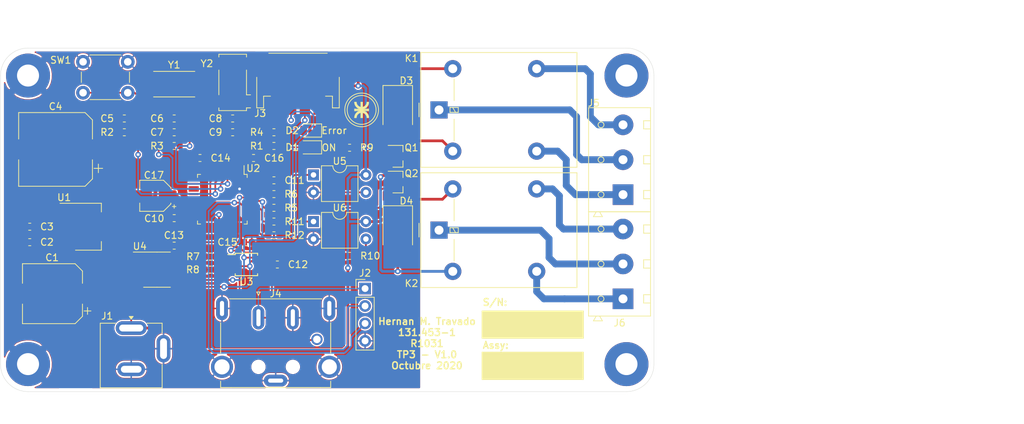
<source format=kicad_pcb>
(kicad_pcb (version 20171130) (host pcbnew "(5.1.6)-1")
  (title_block (title "HMI con STM32 - Placa Base") (date 2020-10-16) (rev v1.0) (company "Sistemas de Representacion UTN-FRBA") (comment 1 "DOCENTES: Fernando Aló / Francisco Dominguez / Lucas Liaño") (comment 2 "CURSO: R1031") (comment 3 "ALUMNO: Hernan Matias Travado"))
  (layers (0 F.Cu signal) (31 B.Cu signal) (34 B.Paste user) (35 F.Paste user) (36 B.SilkS user) (37 F.SilkS user) (38 B.Mask user) (39 F.Mask user) (44 Edge.Cuts user))
  (net 0 "")
  (net 1 GND)
  (net 2 +5V)
  (net 3 +3V3)
  (net 4 /SWCLK)
  (net 5 /SWDIO)
  (net 6 "Net-(J5-Pad1)")
  (net 7 "Net-(J5-Pad2)")
  (net 8 "Net-(J5-Pad3)")
  (net 9 "Net-(Q1-Pad2)")
  (net 10 "Net-(Q2-Pad2)")
  (net 11 /I2C_SCL)
  (net 12 /I2C_SDA)
  (net 13 "Net-(D1-Pad2)")
  (net 14 "Net-(D2-Pad2)")
  (net 15 /Entrada_Salidas/ANALOG_IN)
  (net 16 /Microprocesador/RESET)
  (net 17 /Microprocesador/OSC_IN)
  (net 18 /Microprocesador/OSC_OUT)
  (net 19 /Microprocesador/OSC_RTC_IN)
  (net 20 /Microprocesador/OSC_RTC_OUT)
  (net 21 "Net-(J6-Pad1)")
  (net 22 "Net-(J6-Pad2)")
  (net 23 "Net-(J6-Pad3)")
  (net 24 /Microprocesador/LED_ERROR)
  (net 25 "Net-(R7-Pad1)")
  (net 26 "Net-(U2-Pad46)")
  (net 27 "Net-(U2-Pad45)")
  (net 28 "Net-(U2-Pad41)")
  (net 29 "Net-(U2-Pad38)")
  (net 30 "Net-(U2-Pad31)")
  (net 31 "Net-(U2-Pad30)")
  (net 32 "Net-(U2-Pad29)")
  (net 33 "Net-(U2-Pad28)")
  (net 34 "Net-(U2-Pad27)")
  (net 35 "Net-(U2-Pad26)")
  (net 36 "Net-(U2-Pad25)")
  (net 37 "Net-(U2-Pad22)")
  (net 38 "Net-(U2-Pad21)")
  (net 39 "Net-(U2-Pad20)")
  (net 40 "Net-(U2-Pad19)")
  (net 41 "Net-(U2-Pad18)")
  (net 42 "Net-(U2-Pad17)")
  (net 43 "Net-(U2-Pad16)")
  (net 44 "Net-(U2-Pad15)")
  (net 45 "Net-(U2-Pad14)")
  (net 46 "Net-(U2-Pad13)")
  (net 47 "Net-(U2-Pad12)")
  (net 48 "Net-(U2-Pad11)")
  (net 49 "Net-(U2-Pad10)")
  (net 50 "Net-(U4-Pad3)")
  (net 51 "Net-(U4-Pad2)")
  (net 52 "Net-(U4-Pad1)")
  (net 53 "Net-(D3-Pad2)")
  (net 54 "Net-(D4-Pad2)")
  (net 55 "Net-(R9-Pad1)")
  (net 56 "Net-(R10-Pad1)")
  (net 57 "Net-(R11-Pad2)")
  (net 58 "Net-(R12-Pad2)")
  (net 59 /PB_4)
  (net 60 /PB_3)
  (net 61 "Net-(U2-Pad33)")
  (net 62 "Net-(U2-Pad32)")
  (net 63 "Net-(Y2-Pad3)")
  (net 64 "Net-(Y2-Pad2)")
  (module HMIconSTM32:Crystal_SMD_Abracon_ABS25-4Pin_8.0x3.8mm (layer F.Cu) (at 103.75 55 180)
    (fp_text reference Y2 (at 3.75 2.75) (layer F.SilkS))
    (fp_text value 32.768K)
    (pad 4 smd rect (at 1.6 -2.75 90) (size 1.3 1.9) (layers F.Cu F.Paste F.Mask) (net 20 /Microprocesador/OSC_RTC_OUT))
    (pad 3 smd rect (at 1.6 2.75 90) (size 1.3 1.9) (layers F.Cu F.Paste F.Mask) (net 63 "Net-(Y2-Pad3)"))
    (pad 2 smd rect (at -1.6 2.75 90) (size 1.3 1.9) (layers F.Cu F.Paste F.Mask) (net 64 "Net-(Y2-Pad2)"))
    (pad 1 smd rect (at -1.6 -2.75 90) (size 1.3 1.9) (layers F.Cu F.Paste F.Mask) (net 19 /Microprocesador/OSC_RTC_IN))
  )
  (module Resistor_SMD:R_0603_1608Metric (layer F.Cu) (at 88 62.25)
    (fp_text reference R2 (at -2.5 0) (layer F.SilkS))
    (fp_text value "10K 5%")
    (pad 2 smd roundrect (at 0.7875 0) (size 0.875 0.95) (layers F.Cu F.Paste F.Mask) (net 16 /Microprocesador/RESET))
    (pad 1 smd roundrect (at -0.7875 0) (size 0.875 0.95) (layers F.Cu F.Paste F.Mask) (net 3 +3V3))
  )
  (module Capacitor_SMD:C_0603_1608Metric (layer F.Cu) (at 88 60.25 180)
    (fp_text reference C5 (at 2.5 0) (layer F.SilkS))
    (fp_text value "0.1uF 16V")
    (pad 2 smd roundrect (at 0.7875 0 180) (size 0.875 0.95) (layers F.Cu F.Paste F.Mask) (net 1 GND))
    (pad 1 smd roundrect (at -0.7875 0 180) (size 0.875 0.95) (layers F.Cu F.Paste F.Mask) (net 16 /Microprocesador/RESET))
  )
  (module HMIconSTM32:Fiducial_0.5mm_Mask1mm (layer F.Cu) (at 106.4125 76.1625)
    (fp_text reference REF** hide)
    (fp_text value Fiducial_0.5mm_Mask1mm)
    (pad "" smd circle (at 0 0) (size 0.5 0.5) (layers F.Cu F.Mask) (clearance 0.25))
  )
  (module HMIconSTM32:Fiducial_0.5mm_Mask1mm (layer F.Cu) (at 98.0875 67.8375)
    (fp_text reference REF** hide)
    (fp_text value Fiducial_0.5mm_Mask1mm)
    (pad "" smd circle (at 0 0) (size 0.5 0.5) (layers F.Cu F.Mask) (clearance 0.25))
  )
  (module Capacitor_SMD:CP_Elec_4x5.8 (layer F.Cu) (at 92.5 71.5 180)
    (fp_text reference C17 (at 0.2 3) (layer F.SilkS))
    (fp_text value "10uF 16V")
    (pad 2 smd roundrect (at 1.8 0 180) (size 2.6 1.6) (layers F.Cu F.Paste F.Mask) (roundrect_rratio 0.15625) (net 1 GND))
    (pad 1 smd roundrect (at -1.8 0 180) (size 2.6 1.6) (layers F.Cu F.Paste F.Mask) (roundrect_rratio 0.15625) (net 3 +3V3))
  )
  (module HMIconSTM32:620104131822 (layer F.Cu) (at 116.25 58 180)
    (fp_text reference J3 (at 8.5 -1.5) (layer F.SilkS))
    (fp_text value 620104131822)
    (pad s smd rect (at 8.3 5.65 180) (size 1.4 3.1) (layers F.Cu F.Paste F.Mask) (net 1 GND))
    (pad s smd rect (at -2.3 5.65 180) (size 1.4 3.1) (layers F.Cu F.Paste F.Mask) (net 1 GND))
    (pad 4 smd rect (at 6 0 180) (size 1.5 3.4) (layers F.Cu F.Paste F.Mask) (net 1 GND))
    (pad 3 smd rect (at 4 0 180) (size 1.5 3.4) (layers F.Cu F.Paste F.Mask) (net 12 /I2C_SDA))
    (pad 2 smd rect (at 2 0 180) (size 1.5 3.4) (layers F.Cu F.Paste F.Mask) (net 11 /I2C_SCL))
    (pad 1 smd rect (at 0 0 180) (size 1.5 3.4) (layers F.Cu F.Paste F.Mask) (net 2 +5V))
  )
  (module HMIconSTM32:CUI_PD-30S (layer F.Cu) (at 107.5 89.25 180)
    (fp_text reference J4 (at -2.5 3.5) (layer F.SilkS))
    (fp_text value PD-30S)
    (pad None np_thru_hole circle (at 0 -7.15 180) (size 1.7 1.7) (drill 1.7) (layers *.Cu *.Mask))
    (pad None np_thru_hole circle (at -5 -7.15 180) (size 1.7 1.7) (drill 1.7) (layers *.Cu *.Mask))
    (pad 4 thru_hole oval (at 5.3 1.35 180) (size 1.7 3.4) (drill oval 0.6 2.2) (layers *.Cu *.Mask) (net 1 GND))
    (pad 4 thru_hole oval (at -10.3 1.35 180) (size 1.7 3.4) (drill oval 0.6 2.2) (layers *.Cu *.Mask) (net 1 GND))
    (pad 4 thru_hole circle (at 5.3 -7.15 180) (size 3.216 3.216) (drill 2.2) (layers *.Cu *.Mask) (net 1 GND))
    (pad 4 thru_hole circle (at -10.3 -7.15 180) (size 3.216 3.216) (drill 2.2) (layers *.Cu *.Mask) (net 1 GND))
    (pad 3 thru_hole circle (at -8.5 -3.15 180) (size 1.65 1.65) (drill 1.1) (layers *.Cu *.Mask) (net 15 /Entrada_Salidas/ANALOG_IN))
    (pad 1 thru_hole oval (at 0 0 180) (size 1.7 3.4) (drill oval 0.6 2.5) (layers *.Cu *.Mask) (net 3 +3V3))
    (pad 2 thru_hole oval (at -5 0 180) (size 1.7 3.4) (drill oval 0.6 2.5) (layers *.Cu *.Mask) (net 1 GND))
    (pad 4 thru_hole oval (at -2.5 -9.15 180) (size 3.4 1.7) (drill oval 2.2 0.6) (layers *.Cu *.Mask) (net 1 GND))
  )
  (module Capacitor_SMD:C_0603_1608Metric (layer F.Cu) (at 106.7875 66)
    (fp_text reference C16 (at 3 0) (layer F.SilkS))
    (fp_text value "0.1uF 16V")
    (pad 2 smd roundrect (at 0.7875 0) (size 0.875 0.95) (layers F.Cu F.Paste F.Mask) (net 1 GND))
    (pad 1 smd roundrect (at -0.7875 0) (size 0.875 0.95) (layers F.Cu F.Paste F.Mask) (net 3 +3V3))
  )
  (module Capacitor_SMD:C_0603_1608Metric (layer F.Cu) (at 105.75 78.25)
    (fp_text reference C15 (at -2.75 0) (layer F.SilkS))
    (fp_text value "0.1uF 16V")
    (pad 2 smd roundrect (at 0.7875 0) (size 0.875 0.95) (layers F.Cu F.Paste F.Mask) (net 1 GND))
    (pad 1 smd roundrect (at -0.7875 0) (size 0.875 0.95) (layers F.Cu F.Paste F.Mask) (net 3 +3V3))
  )
  (module Capacitor_SMD:C_0603_1608Metric (layer F.Cu) (at 99 66 180)
    (fp_text reference C14 (at -3 0) (layer F.SilkS))
    (fp_text value "0.1uF 16V")
    (pad 2 smd roundrect (at 0.7875 0 180) (size 0.875 0.95) (layers F.Cu F.Paste F.Mask) (net 1 GND))
    (pad 1 smd roundrect (at -0.7875 0 180) (size 0.875 0.95) (layers F.Cu F.Paste F.Mask) (net 3 +3V3))
  )
  (module HMIconSTM32:PJ-002A (layer F.Cu) (at 89 90.75 90)
    (fp_text reference J1 (at 1.75 -3.5 180) (layer F.SilkS))
    (fp_text value PJ-002A)
    (pad 3 thru_hole oval (at -3 4.7 180) (size 2 4) (drill oval 1 3) (layers *.Cu *.Mask) (net 1 GND))
    (pad 2 thru_hole oval (at -6 0 90) (size 2 4) (drill oval 1 3) (layers *.Cu *.Mask) (net 1 GND))
    (pad 1 thru_hole oval (at 0 0 90) (size 2 4.5) (drill oval 1 3.5) (layers *.Cu *.Mask) (net 2 +5V))
  )
  (module Package_QFP:LQFP-48_7x7mm_P0.5mm (layer F.Cu) (at 102.25 72 270)
    (fp_text reference U2 (at -4.5 -4.5 180) (layer F.SilkS))
    (fp_text value STM32F103C8Tx)
    (pad 48 smd roundrect (at -2.75 -4.1625 270) (size 0.3 1.475) (layers F.Cu F.Paste F.Mask) (net 3 +3V3))
    (pad 47 smd roundrect (at -2.25 -4.1625 270) (size 0.3 1.475) (layers F.Cu F.Paste F.Mask) (net 1 GND))
    (pad 46 smd roundrect (at -1.75 -4.1625 270) (size 0.3 1.475) (layers F.Cu F.Paste F.Mask) (net 26 "Net-(U2-Pad46)"))
    (pad 45 smd roundrect (at -1.25 -4.1625 270) (size 0.3 1.475) (layers F.Cu F.Paste F.Mask) (net 27 "Net-(U2-Pad45)"))
    (pad 44 smd roundrect (at -0.75 -4.1625 270) (size 0.3 1.475) (layers F.Cu F.Paste F.Mask) (net 1 GND))
    (pad 43 smd roundrect (at -0.25 -4.1625 270) (size 0.3 1.475) (layers F.Cu F.Paste F.Mask) (net 12 /I2C_SDA))
    (pad 42 smd roundrect (at 0.25 -4.1625 270) (size 0.3 1.475) (layers F.Cu F.Paste F.Mask) (net 11 /I2C_SCL))
    (pad 41 smd roundrect (at 0.75 -4.1625 270) (size 0.3 1.475) (layers F.Cu F.Paste F.Mask) (net 28 "Net-(U2-Pad41)"))
    (pad 40 smd roundrect (at 1.25 -4.1625 270) (size 0.3 1.475) (layers F.Cu F.Paste F.Mask) (net 59 /PB_4))
    (pad 39 smd roundrect (at 1.75 -4.1625 270) (size 0.3 1.475) (layers F.Cu F.Paste F.Mask) (net 60 /PB_3))
    (pad 38 smd roundrect (at 2.25 -4.1625 270) (size 0.3 1.475) (layers F.Cu F.Paste F.Mask) (net 29 "Net-(U2-Pad38)"))
    (pad 37 smd roundrect (at 2.75 -4.1625 270) (size 0.3 1.475) (layers F.Cu F.Paste F.Mask) (net 5 /SWDIO))
    (pad 36 smd roundrect (at 4.1625 -2.75 270) (size 1.475 0.3) (layers F.Cu F.Paste F.Mask) (net 3 +3V3))
    (pad 35 smd roundrect (at 4.1625 -2.25 270) (size 1.475 0.3) (layers F.Cu F.Paste F.Mask) (net 1 GND))
    (pad 34 smd roundrect (at 4.1625 -1.75 270) (size 1.475 0.3) (layers F.Cu F.Paste F.Mask) (net 4 /SWCLK))
    (pad 33 smd roundrect (at 4.1625 -1.25 270) (size 1.475 0.3) (layers F.Cu F.Paste F.Mask) (net 61 "Net-(U2-Pad33)"))
    (pad 32 smd roundrect (at 4.1625 -0.75 270) (size 1.475 0.3) (layers F.Cu F.Paste F.Mask) (net 62 "Net-(U2-Pad32)"))
    (pad 31 smd roundrect (at 4.1625 -0.25 270) (size 1.475 0.3) (layers F.Cu F.Paste F.Mask) (net 30 "Net-(U2-Pad31)"))
    (pad 30 smd roundrect (at 4.1625 0.25 270) (size 1.475 0.3) (layers F.Cu F.Paste F.Mask) (net 31 "Net-(U2-Pad30)"))
    (pad 29 smd roundrect (at 4.1625 0.75 270) (size 1.475 0.3) (layers F.Cu F.Paste F.Mask) (net 32 "Net-(U2-Pad29)"))
    (pad 28 smd roundrect (at 4.1625 1.25 270) (size 1.475 0.3) (layers F.Cu F.Paste F.Mask) (net 33 "Net-(U2-Pad28)"))
    (pad 27 smd roundrect (at 4.1625 1.75 270) (size 1.475 0.3) (layers F.Cu F.Paste F.Mask) (net 34 "Net-(U2-Pad27)"))
    (pad 26 smd roundrect (at 4.1625 2.25 270) (size 1.475 0.3) (layers F.Cu F.Paste F.Mask) (net 35 "Net-(U2-Pad26)"))
    (pad 25 smd roundrect (at 4.1625 2.75 270) (size 1.475 0.3) (layers F.Cu F.Paste F.Mask) (net 36 "Net-(U2-Pad25)"))
    (pad 24 smd roundrect (at 2.75 4.1625 270) (size 0.3 1.475) (layers F.Cu F.Paste F.Mask) (net 3 +3V3))
    (pad 23 smd roundrect (at 2.25 4.1625 270) (size 0.3 1.475) (layers F.Cu F.Paste F.Mask) (net 1 GND))
    (pad 22 smd roundrect (at 1.75 4.1625 270) (size 0.3 1.475) (layers F.Cu F.Paste F.Mask) (net 37 "Net-(U2-Pad22)"))
    (pad 21 smd roundrect (at 1.25 4.1625 270) (size 0.3 1.475) (layers F.Cu F.Paste F.Mask) (net 38 "Net-(U2-Pad21)"))
    (pad 20 smd roundrect (at 0.75 4.1625 270) (size 0.3 1.475) (layers F.Cu F.Paste F.Mask) (net 39 "Net-(U2-Pad20)"))
    (pad 19 smd roundrect (at 0.25 4.1625 270) (size 0.3 1.475) (layers F.Cu F.Paste F.Mask) (net 40 "Net-(U2-Pad19)"))
    (pad 18 smd roundrect (at -0.25 4.1625 270) (size 0.3 1.475) (layers F.Cu F.Paste F.Mask) (net 41 "Net-(U2-Pad18)"))
    (pad 17 smd roundrect (at -0.75 4.1625 270) (size 0.3 1.475) (layers F.Cu F.Paste F.Mask) (net 42 "Net-(U2-Pad17)"))
    (pad 16 smd roundrect (at -1.25 4.1625 270) (size 0.3 1.475) (layers F.Cu F.Paste F.Mask) (net 43 "Net-(U2-Pad16)"))
    (pad 15 smd roundrect (at -1.75 4.1625 270) (size 0.3 1.475) (layers F.Cu F.Paste F.Mask) (net 44 "Net-(U2-Pad15)"))
    (pad 14 smd roundrect (at -2.25 4.1625 270) (size 0.3 1.475) (layers F.Cu F.Paste F.Mask) (net 45 "Net-(U2-Pad14)"))
    (pad 13 smd roundrect (at -2.75 4.1625 270) (size 0.3 1.475) (layers F.Cu F.Paste F.Mask) (net 46 "Net-(U2-Pad13)"))
    (pad 12 smd roundrect (at -4.1625 2.75 270) (size 1.475 0.3) (layers F.Cu F.Paste F.Mask) (net 47 "Net-(U2-Pad12)"))
    (pad 11 smd roundrect (at -4.1625 2.25 270) (size 1.475 0.3) (layers F.Cu F.Paste F.Mask) (net 48 "Net-(U2-Pad11)"))
    (pad 10 smd roundrect (at -4.1625 1.75 270) (size 1.475 0.3) (layers F.Cu F.Paste F.Mask) (net 49 "Net-(U2-Pad10)"))
    (pad 9 smd roundrect (at -4.1625 1.25 270) (size 1.475 0.3) (layers F.Cu F.Paste F.Mask) (net 3 +3V3))
    (pad 8 smd roundrect (at -4.1625 0.75 270) (size 1.475 0.3) (layers F.Cu F.Paste F.Mask) (net 1 GND))
    (pad 7 smd roundrect (at -4.1625 0.25 270) (size 1.475 0.3) (layers F.Cu F.Paste F.Mask) (net 16 /Microprocesador/RESET))
    (pad 6 smd roundrect (at -4.1625 -0.25 270) (size 1.475 0.3) (layers F.Cu F.Paste F.Mask) (net 18 /Microprocesador/OSC_OUT))
    (pad 5 smd roundrect (at -4.1625 -0.75 270) (size 1.475 0.3) (layers F.Cu F.Paste F.Mask) (net 17 /Microprocesador/OSC_IN))
    (pad 4 smd roundrect (at -4.1625 -1.25 270) (size 1.475 0.3) (layers F.Cu F.Paste F.Mask) (net 20 /Microprocesador/OSC_RTC_OUT))
    (pad 3 smd roundrect (at -4.1625 -1.75 270) (size 1.475 0.3) (layers F.Cu F.Paste F.Mask) (net 19 /Microprocesador/OSC_RTC_IN))
    (pad 2 smd roundrect (at -4.1625 -2.25 270) (size 1.475 0.3) (layers F.Cu F.Paste F.Mask) (net 24 /Microprocesador/LED_ERROR))
    (pad 1 smd roundrect (at -4.1625 -2.75 270) (size 1.475 0.3) (layers F.Cu F.Paste F.Mask) (net 3 +3V3))
  )
  (module LogoUTN:UTN.BA (layer F.Cu) (at 122.5 59)
    (fp_text reference LogoUTN.BA hide)
    (fp_text value UTN.BA hide)
  )
  (module LogoUTN:UTN2 (layer F.Cu) (at 80.75 94.5)
    (fp_text reference G*** hide)
    (fp_text value LOGO hide)
    (fp_poly (pts (xy 0.729408 -3.33375) (xy 0.740833 -2.434167) (xy 1.037936 -2.7305) (xy 1.27904 -3.003155) (xy 1.453764 -3.282278) (xy 1.57595 -3.594167) (xy 1.644939 -3.883701) (xy 1.710946 -4.233334) (xy 3.002481 -4.233334) (xy 2.980127 -3.947584) (xy 2.930167 -3.5331) (xy 2.849105 -3.135517) (xy 2.743128 -2.783145) (xy 2.703105 -2.680074) (xy 2.523701 -2.325474) (xy 2.289459 -1.978845) (xy 2.018112 -1.662194) (xy 1.727397 -1.397527) (xy 1.588256 -1.296782) (xy 1.419679 -1.185334) (xy 3.005666 -1.185334) (xy 3.005666 0.217011) (xy 2.243613 0.203755) (xy 2.000316 0.200635) (xy 1.78928 0.200054) (xy 1.623828 0.201873) (xy 1.517287 0.205954) (xy 1.482752 0.211666) (xy 1.51629 0.244107) (xy 1.600229 0.302776) (xy 1.657088 0.338666) (xy 1.813567 0.456352) (xy 1.994146 0.626829) (xy 2.180295 0.829737) (xy 2.353481 1.044718) (xy 2.495171 1.251412) (xy 2.509278 1.274861) (xy 2.637081 1.527658) (xy 2.755565 1.828114) (xy 2.853831 2.143179) (xy 2.920985 2.439802) (xy 2.940751 2.583553) (xy 2.958572 2.762401) (xy 2.977313 2.93767) (xy 2.98884 3.037416) (xy 3.010854 3.217333) (xy 1.704949 3.217333) (xy 1.653434 2.897995) (xy 1.550327 2.504333) (xy 1.376505 2.135271) (xy 1.14174 1.809332) (xy 1.004772 1.668519) (xy 0.740833 1.424113) (xy 0.729424 2.341889) (xy 0.718015 3.259666) (xy -0.635 3.259666) (xy -0.635 2.370666) (xy -0.636885 2.034001) (xy -0.642624 1.779402) (xy -0.652349 1.604351) (xy -0.666187 1.50633) (xy -0.68072 1.481666) (xy -0.73013 1.509837) (xy -0.820842 1.584672) (xy -0.935637 1.69165) (xy -0.969446 1.725083) (xy -1.223568 2.036639) (xy -1.414622 2.400407) (xy -1.544754 2.820608) (xy -1.557655 2.881314) (xy -1.629834 3.2385) (xy -2.265455 3.226867) (xy -2.901075 3.215235) (xy -2.871255 2.803534) (xy -2.794084 2.265606) (xy -2.644442 1.76051) (xy -2.425236 1.295825) (xy -2.139369 0.879131) (xy -2.128877 0.86634) (xy -2.003429 0.725116) (xy -1.860872 0.581493) (xy -1.71663 0.449089) (xy -1.586126 0.341529) (xy -1.484783 0.272433) (xy -1.435532 0.254) (xy -1.397532 0.227642) (xy -1.396966 0.22225) (xy -1.437047 0.212845) (xy -1.548412 0.206088) (xy -1.717711 0.20229) (xy -1.931595 0.201762) (xy -2.158966 0.204482) (xy -2.921 0.218464) (xy -2.921 -1.185334) (xy -1.345353 -1.185334) (xy -1.593427 -1.368887) (xy -1.97519 -1.702615) (xy -2.292274 -2.089861) (xy -2.543243 -2.527851) (xy -2.726662 -3.01381) (xy -2.841096 -3.544966) (xy -2.873131 -3.84175) (xy -2.90188 -4.233334) (xy -1.5875 -4.23321) (xy -1.575947 -4.053355) (xy -1.537511 -3.80227) (xy -1.458453 -3.522354) (xy -1.349992 -3.251718) (xy -1.324842 -3.200247) (xy -1.254836 -3.087433) (xy -1.15213 -2.952007) (xy -1.031604 -2.810196) (xy -0.908136 -2.678232) (xy -0.796607 -2.572345) (xy -0.711897 -2.508764) (xy -0.680721 -2.497667) (xy -0.663205 -2.534537) (xy -0.650016 -2.646782) (xy -0.641024 -2.836855) (xy -0.636101 -3.107206) (xy -0.635 -3.3655) (xy -0.635 -4.233334) (xy 0.717982 -4.233334) (xy 0.729408 -3.33375)) (layer F.Cu) (width 0.01))
    (fp_poly (pts (xy 1.143 3.3954) (xy 1.375833 3.407833) (xy 1.629833 3.782898) (xy 1.883833 4.157964) (xy 1.908177 3.386666) (xy 2.128838 3.386614) (xy 2.3495 3.386561) (xy 2.337011 4.129593) (xy 2.324523 4.872625) (xy 2.108807 4.859896) (xy 1.89309 4.847166) (xy 1.634461 4.469911) (xy 1.375833 4.092656) (xy 1.363661 4.480494) (xy 1.351489 4.868333) (xy 0.935108 4.868333) (xy 0.922637 4.12565) (xy 0.910166 3.382968) (xy 1.143 3.3954)) (layer F.Cu) (width 0.01))
    (fp_poly (pts (xy 0.762 3.767666) (xy 0.296333 3.767666) (xy 0.296333 4.868333) (xy -0.169334 4.868333) (xy -0.169334 3.767666) (xy -0.635 3.767666) (xy -0.635 3.386666) (xy 0.762 3.386666) (xy 0.762 3.767666)) (layer F.Cu) (width 0.01))
    (fp_poly (pts (xy -1.979084 3.386584) (xy -1.735667 3.386666) (xy -1.735667 3.914343) (xy -1.734549 4.135993) (xy -1.729767 4.287918) (xy -1.719184 4.385046) (xy -1.70066 4.442306) (xy -1.672057 4.474626) (xy -1.653784 4.485843) (xy -1.508603 4.527341) (xy -1.379812 4.496607) (xy -1.336524 4.463142) (xy -1.306796 4.416166) (xy -1.287029 4.336028) (xy -1.275517 4.208083) (xy -1.270557 4.017688) (xy -1.27 3.891642) (xy -1.27 3.386666) (xy -0.804334 3.386666) (xy -0.804334 3.930739) (xy -0.805566 4.159164) (xy -0.810923 4.320639) (xy -0.822897 4.432866) (xy -0.843979 4.513544) (xy -0.876661 4.580376) (xy -0.901164 4.618656) (xy -1.053555 4.774028) (xy -1.257393 4.863186) (xy -1.513475 4.886371) (xy -1.711222 4.865698) (xy -1.907027 4.805536) (xy -2.049889 4.700737) (xy -2.180167 4.570545) (xy -2.201334 3.978523) (xy -2.2225 3.386501) (xy -1.979084 3.386584)) (layer F.Cu) (width 0.01))
  )
  (module Diode_SMD:D_SMB (layer F.Cu) (at 127.75 76.5 270)
    (fp_text reference D4 (at -4.25 -1.25 180) (layer F.SilkS))
    (fp_text value S1MB-13-F)
    (pad 2 smd rect (at 2.15 0 270) (size 2.5 2.3) (layers F.Cu F.Paste F.Mask) (net 54 "Net-(D4-Pad2)"))
    (pad 1 smd rect (at -2.15 0 270) (size 2.5 2.3) (layers F.Cu F.Paste F.Mask) (net 2 +5V))
  )
  (module Package_DIP:DIP-4_W7.62mm (layer F.Cu) (at 115.5 75.25)
    (fp_text reference U6 (at 3.81 -2) (layer F.SilkS))
    (fp_text value PC817)
    (pad 4 thru_hole oval (at 7.62 0) (size 1.6 1.6) (drill 0.8) (layers *.Cu *.Mask) (net 2 +5V))
    (pad 2 thru_hole oval (at 0 2.54) (size 1.6 1.6) (drill 0.8) (layers *.Cu *.Mask) (net 1 GND))
    (pad 3 thru_hole oval (at 7.62 2.54) (size 1.6 1.6) (drill 0.8) (layers *.Cu *.Mask) (net 56 "Net-(R10-Pad1)"))
    (pad 1 thru_hole rect (at 0 0) (size 1.6 1.6) (drill 0.8) (layers *.Cu *.Mask) (net 58 "Net-(R12-Pad2)"))
  )
  (module Package_DIP:DIP-4_W7.62mm (layer F.Cu) (at 115.5 68.46)
    (fp_text reference U5 (at 3.81 -2) (layer F.SilkS))
    (fp_text value PC817)
    (pad 4 thru_hole oval (at 7.62 0) (size 1.6 1.6) (drill 0.8) (layers *.Cu *.Mask) (net 2 +5V))
    (pad 2 thru_hole oval (at 0 2.54) (size 1.6 1.6) (drill 0.8) (layers *.Cu *.Mask) (net 1 GND))
    (pad 3 thru_hole oval (at 7.62 2.54) (size 1.6 1.6) (drill 0.8) (layers *.Cu *.Mask) (net 55 "Net-(R9-Pad1)"))
    (pad 1 thru_hole rect (at 0 0) (size 1.6 1.6) (drill 0.8) (layers *.Cu *.Mask) (net 57 "Net-(R11-Pad2)"))
  )
  (module Resistor_SMD:R_0603_1608Metric (layer F.Cu) (at 109.75 77.25)
    (fp_text reference R12 (at 3 0) (layer F.SilkS))
    (fp_text value "100R 5%")
    (pad 2 smd roundrect (at 0.7875 0) (size 0.875 0.95) (layers F.Cu F.Paste F.Mask) (net 58 "Net-(R12-Pad2)"))
    (pad 1 smd roundrect (at -0.7875 0) (size 0.875 0.95) (layers F.Cu F.Paste F.Mask) (net 60 /PB_3))
  )
  (module Resistor_SMD:R_0603_1608Metric (layer F.Cu) (at 109.75 75.25)
    (fp_text reference R11 (at 3 0) (layer F.SilkS))
    (fp_text value "100R 5%")
    (pad 2 smd roundrect (at 0.7875 0) (size 0.875 0.95) (layers F.Cu F.Paste F.Mask) (net 57 "Net-(R11-Pad2)"))
    (pad 1 smd roundrect (at -0.7875 0) (size 0.875 0.95) (layers F.Cu F.Paste F.Mask) (net 59 /PB_4))
  )
  (module HMIconSTM32:Crystal_SMD_Abracon_ABM7-2Pin_6.0x3.5mm (layer F.Cu) (at 95.25 55.25)
    (fp_text reference Y1 (at 0 -2.8) (layer F.SilkS))
    (fp_text value 8MHz)
    (pad 1 smd rect (at -2.15 0) (size 1.9 2.6) (layers F.Cu F.Paste F.Mask) (net 18 /Microprocesador/OSC_OUT))
    (pad 2 smd rect (at 2.15 0) (size 1.9 2.6) (layers F.Cu F.Paste F.Mask) (net 17 /Microprocesador/OSC_IN))
  )
  (module Package_SO:SOIC-8_3.9x4.9mm_P1.27mm (layer F.Cu) (at 92.75 82.25)
    (fp_text reference U4 (at -2.5 -3.4) (layer F.SilkS))
    (fp_text value 24LC16B)
    (pad 8 smd roundrect (at 2.475 -1.905) (size 1.95 0.6) (layers F.Cu F.Paste F.Mask) (net 3 +3V3))
    (pad 7 smd roundrect (at 2.475 -0.635) (size 1.95 0.6) (layers F.Cu F.Paste F.Mask) (net 1 GND))
    (pad 6 smd roundrect (at 2.475 0.635) (size 1.95 0.6) (layers F.Cu F.Paste F.Mask) (net 11 /I2C_SCL))
    (pad 5 smd roundrect (at 2.475 1.905) (size 1.95 0.6) (layers F.Cu F.Paste F.Mask) (net 12 /I2C_SDA))
    (pad 4 smd roundrect (at -2.475 1.905) (size 1.95 0.6) (layers F.Cu F.Paste F.Mask) (net 1 GND))
    (pad 3 smd roundrect (at -2.475 0.635) (size 1.95 0.6) (layers F.Cu F.Paste F.Mask) (net 50 "Net-(U4-Pad3)"))
    (pad 2 smd roundrect (at -2.475 -0.635) (size 1.95 0.6) (layers F.Cu F.Paste F.Mask) (net 51 "Net-(U4-Pad2)"))
    (pad 1 smd roundrect (at -2.475 -1.905) (size 1.95 0.6) (layers F.Cu F.Paste F.Mask) (net 52 "Net-(U4-Pad1)"))
  )
  (module Package_SO:TSSOP-10_3x3mm_P0.5mm (layer F.Cu) (at 105.75 81.5)
    (fp_text reference U3 (at 0 2.5) (layer F.SilkS))
    (fp_text value ADS1115IDGS)
    (pad 10 smd rect (at 2.15 -1) (size 1.1 0.25) (layers F.Cu F.Paste F.Mask) (net 11 /I2C_SCL))
    (pad 9 smd rect (at 2.15 -0.5) (size 1.1 0.25) (layers F.Cu F.Paste F.Mask) (net 12 /I2C_SDA))
    (pad 8 smd rect (at 2.15 0) (size 1.1 0.25) (layers F.Cu F.Paste F.Mask) (net 3 +3V3))
    (pad 7 smd rect (at 2.15 0.5) (size 1.1 0.25) (layers F.Cu F.Paste F.Mask) (net 1 GND))
    (pad 6 smd rect (at 2.15 1) (size 1.1 0.25) (layers F.Cu F.Paste F.Mask) (net 1 GND))
    (pad 5 smd rect (at -2.15 1) (size 1.1 0.25) (layers F.Cu F.Paste F.Mask) (net 1 GND))
    (pad 4 smd rect (at -2.15 0.5) (size 1.1 0.25) (layers F.Cu F.Paste F.Mask) (net 15 /Entrada_Salidas/ANALOG_IN))
    (pad 3 smd rect (at -2.15 0) (size 1.1 0.25) (layers F.Cu F.Paste F.Mask) (net 1 GND))
    (pad 2 smd rect (at -2.15 -0.5) (size 1.1 0.25) (layers F.Cu F.Paste F.Mask) (net 25 "Net-(R7-Pad1)"))
    (pad 1 smd rect (at -2.15 -1) (size 1.1 0.25) (layers F.Cu F.Paste F.Mask) (net 1 GND))
  )
  (module Package_TO_SOT_SMD:SOT-223-3_TabPin2 (layer F.Cu) (at 82.75 76)
    (fp_text reference U1 (at -3.5 -4.25) (layer F.SilkS))
    (fp_text value LD1117S33C)
    (pad 1 smd rect (at -3.15 -2.3) (size 2 1.5) (layers F.Cu F.Paste F.Mask) (net 1 GND))
    (pad 3 smd rect (at -3.15 2.3) (size 2 1.5) (layers F.Cu F.Paste F.Mask) (net 2 +5V))
    (pad 2 smd rect (at -3.15 0) (size 2 1.5) (layers F.Cu F.Paste F.Mask) (net 3 +3V3))
    (pad 2 smd rect (at 3.15 0) (size 2 3.8) (layers F.Cu F.Paste F.Mask) (net 3 +3V3))
  )
  (module Button_Switch_THT:SW_PUSH_6mm_H5mm (layer F.Cu) (at 88.5 56.5 180)
    (fp_text reference SW1 (at 9.75 4.75) (layer F.SilkS))
    (fp_text value 1825910-6)
    (pad 1 thru_hole circle (at 6.5 0 270) (size 2 2) (drill 1.1) (layers *.Cu *.Mask) (net 16 /Microprocesador/RESET))
    (pad 2 thru_hole circle (at 6.5 4.5 270) (size 2 2) (drill 1.1) (layers *.Cu *.Mask) (net 1 GND))
    (pad 1 thru_hole circle (at 0 0 270) (size 2 2) (drill 1.1) (layers *.Cu *.Mask) (net 16 /Microprocesador/RESET))
    (pad 2 thru_hole circle (at 0 4.5 270) (size 2 2) (drill 1.1) (layers *.Cu *.Mask) (net 1 GND))
  )
  (module Resistor_SMD:R_0603_1608Metric (layer F.Cu) (at 120.75 80.25 180)
    (fp_text reference R10 (at -3 0) (layer F.SilkS))
    (fp_text value "680R 5%")
    (pad 2 smd roundrect (at 0.7875 0 180) (size 0.875 0.95) (layers F.Cu F.Paste F.Mask) (net 10 "Net-(Q2-Pad2)"))
    (pad 1 smd roundrect (at -0.7875 0 180) (size 0.875 0.95) (layers F.Cu F.Paste F.Mask) (net 56 "Net-(R10-Pad1)"))
  )
  (module Resistor_SMD:R_0603_1608Metric (layer F.Cu) (at 120.75 64.5)
    (fp_text reference R9 (at 2.5 0) (layer F.SilkS))
    (fp_text value "680R 5%")
    (pad 2 smd roundrect (at 0.7875 0) (size 0.875 0.95) (layers F.Cu F.Paste F.Mask) (net 9 "Net-(Q1-Pad2)"))
    (pad 1 smd roundrect (at -0.7875 0) (size 0.875 0.95) (layers F.Cu F.Paste F.Mask) (net 55 "Net-(R9-Pad1)"))
  )
  (module Resistor_SMD:R_0603_1608Metric (layer F.Cu) (at 100.4625 82.25)
    (fp_text reference R8 (at -2.5 0) (layer F.SilkS))
    (fp_text value "100R 0.1%")
    (pad 2 smd roundrect (at 0.7875 0) (size 0.875 0.95) (layers F.Cu F.Paste F.Mask) (net 15 /Entrada_Salidas/ANALOG_IN))
    (pad 1 smd roundrect (at -0.7875 0) (size 0.875 0.95) (layers F.Cu F.Paste F.Mask) (net 1 GND))
  )
  (module Resistor_SMD:R_0603_1608Metric (layer F.Cu) (at 100.4875 80.35 180)
    (fp_text reference R7 (at 2.5 0) (layer F.SilkS))
    (fp_text value "10K 5%")
    (pad 2 smd roundrect (at 0.7875 0 180) (size 0.875 0.95) (layers F.Cu F.Paste F.Mask) (net 3 +3V3))
    (pad 1 smd roundrect (at -0.7875 0 180) (size 0.875 0.95) (layers F.Cu F.Paste F.Mask) (net 25 "Net-(R7-Pad1)"))
  )
  (module Resistor_SMD:R_0603_1608Metric (layer F.Cu) (at 109.75 71.25 180)
    (fp_text reference R6 (at -2.5 0) (layer F.SilkS))
    (fp_text value "10K 5%")
    (pad 2 smd roundrect (at 0.7875 0 180) (size 0.875 0.95) (layers F.Cu F.Paste F.Mask) (net 12 /I2C_SDA))
    (pad 1 smd roundrect (at -0.7875 0 180) (size 0.875 0.95) (layers F.Cu F.Paste F.Mask) (net 3 +3V3))
  )
  (module Resistor_SMD:R_0603_1608Metric (layer F.Cu) (at 109.75 73.25 180)
    (fp_text reference R5 (at -2.5 0) (layer F.SilkS))
    (fp_text value "10K 5%")
    (pad 2 smd roundrect (at 0.7875 0 180) (size 0.875 0.95) (layers F.Cu F.Paste F.Mask) (net 11 /I2C_SCL))
    (pad 1 smd roundrect (at -0.7875 0 180) (size 0.875 0.95) (layers F.Cu F.Paste F.Mask) (net 3 +3V3))
  )
  (module Resistor_SMD:R_0603_1608Metric (layer F.Cu) (at 109.75 62.25 180)
    (fp_text reference R4 (at 2.5 0) (layer F.SilkS))
    (fp_text value "180R 5%")
    (pad 2 smd roundrect (at 0.7875 0 180) (size 0.875 0.95) (layers F.Cu F.Paste F.Mask) (net 24 /Microprocesador/LED_ERROR))
    (pad 1 smd roundrect (at -0.7875 0 180) (size 0.875 0.95) (layers F.Cu F.Paste F.Mask) (net 14 "Net-(D2-Pad2)"))
  )
  (module Resistor_SMD:R_0603_1608Metric (layer F.Cu) (at 95.25 64.25 180)
    (fp_text reference R3 (at 2.5 0) (layer F.SilkS))
    (fp_text value "10M 5%")
    (pad 2 smd roundrect (at 0.7875 0 180) (size 0.875 0.95) (layers F.Cu F.Paste F.Mask) (net 18 /Microprocesador/OSC_OUT))
    (pad 1 smd roundrect (at -0.7875 0 180) (size 0.875 0.95) (layers F.Cu F.Paste F.Mask) (net 17 /Microprocesador/OSC_IN))
  )
  (module Resistor_SMD:R_0603_1608Metric (layer F.Cu) (at 109.75 64.25 180)
    (fp_text reference R1 (at 2.5 0) (layer F.SilkS))
    (fp_text value "180R 5%")
    (pad 2 smd roundrect (at 0.7875 0 180) (size 0.875 0.95) (layers F.Cu F.Paste F.Mask) (net 3 +3V3))
    (pad 1 smd roundrect (at -0.7875 0 180) (size 0.875 0.95) (layers F.Cu F.Paste F.Mask) (net 13 "Net-(D1-Pad2)"))
  )
  (module Package_TO_SOT_SMD:SOT-23 (layer F.Cu) (at 127.75 69.5)
    (fp_text reference Q2 (at 2 -1.25) (layer F.SilkS))
    (fp_text value BC846B)
    (pad 3 smd rect (at 1 0) (size 0.9 0.8) (layers F.Cu F.Paste F.Mask) (net 1 GND))
    (pad 2 smd rect (at -1 0.95) (size 0.9 0.8) (layers F.Cu F.Paste F.Mask) (net 10 "Net-(Q2-Pad2)"))
    (pad 1 smd rect (at -1 -0.95) (size 0.9 0.8) (layers F.Cu F.Paste F.Mask) (net 54 "Net-(D4-Pad2)"))
  )
  (module Package_TO_SOT_SMD:SOT-23 (layer F.Cu) (at 127.75 65.75)
    (fp_text reference Q1 (at 2 -1.25) (layer F.SilkS))
    (fp_text value BC846B)
    (pad 3 smd rect (at 1 0) (size 0.9 0.8) (layers F.Cu F.Paste F.Mask) (net 1 GND))
    (pad 2 smd rect (at -1 0.95) (size 0.9 0.8) (layers F.Cu F.Paste F.Mask) (net 9 "Net-(Q1-Pad2)"))
    (pad 1 smd rect (at -1 -0.95) (size 0.9 0.8) (layers F.Cu F.Paste F.Mask) (net 53 "Net-(D3-Pad2)"))
  )
  (module HMIconSTM32:Relay_SPDT_Omron-G5LE-1 (layer F.Cu) (at 133.75 76.5 90)
    (fp_text reference K2 (at -7.75 -4 180) (layer F.SilkS))
    (fp_text value G5LE-1)
    (pad 1 thru_hole rect (at 0 0 90) (size 2.5 2.5) (drill 1.3) (layers *.Cu *.Mask) (net 22 "Net-(J6-Pad2)"))
    (pad 2 thru_hole oval (at -6 2 90) (size 2.5 2.5) (drill 1.3) (layers *.Cu *.Mask) (net 54 "Net-(D4-Pad2)"))
    (pad 3 thru_hole oval (at -6 14.2 90) (size 2.5 2.5) (drill 1.3) (layers *.Cu *.Mask) (net 21 "Net-(J6-Pad1)"))
    (pad 4 thru_hole oval (at 6 14.2 90) (size 2.5 2.5) (drill 1.3) (layers *.Cu *.Mask) (net 23 "Net-(J6-Pad3)"))
    (pad 5 thru_hole oval (at 6 2 90) (size 2.5 2.5) (drill 1.3) (layers *.Cu *.Mask) (net 2 +5V))
  )
  (module HMIconSTM32:Relay_SPDT_Omron-G5LE-1 (layer F.Cu) (at 133.75 59 90)
    (fp_text reference K1 (at 7.5 -4 180) (layer F.SilkS))
    (fp_text value G5LE-1)
    (pad 1 thru_hole rect (at 0 0 90) (size 2.5 2.5) (drill 1.3) (layers *.Cu *.Mask) (net 7 "Net-(J5-Pad2)"))
    (pad 2 thru_hole oval (at -6 2 90) (size 2.5 2.5) (drill 1.3) (layers *.Cu *.Mask) (net 53 "Net-(D3-Pad2)"))
    (pad 3 thru_hole oval (at -6 14.2 90) (size 2.5 2.5) (drill 1.3) (layers *.Cu *.Mask) (net 6 "Net-(J5-Pad1)"))
    (pad 4 thru_hole oval (at 6 14.2 90) (size 2.5 2.5) (drill 1.3) (layers *.Cu *.Mask) (net 8 "Net-(J5-Pad3)"))
    (pad 5 thru_hole oval (at 6 2 90) (size 2.5 2.5) (drill 1.3) (layers *.Cu *.Mask) (net 2 +5V))
  )
  (module HMIconSTM32:OSTTA034163 (layer F.Cu) (at 160.5 86.5 90)
    (fp_text reference J6 (at -3.5 -0.5 180) (layer F.SilkS))
    (fp_text value OSTTA034163)
    (pad 1 thru_hole rect (at 0 0 90) (size 3 3) (drill 1.3) (layers *.Cu *.Mask) (net 21 "Net-(J6-Pad1)"))
    (pad 2 thru_hole circle (at 5.08 0 90) (size 3 3) (drill 1.3) (layers *.Cu *.Mask) (net 22 "Net-(J6-Pad2)"))
    (pad 3 thru_hole circle (at 10.16 0 90) (size 3 3) (drill 1.3) (layers *.Cu *.Mask) (net 23 "Net-(J6-Pad3)"))
  )
  (module HMIconSTM32:OSTTA034163 (layer F.Cu) (at 160.5 71.33 90)
    (fp_text reference J5 (at 13.33 -4.25 180) (layer F.SilkS))
    (fp_text value OSTTA034163)
    (pad 1 thru_hole rect (at 0 0 90) (size 3 3) (drill 1.3) (layers *.Cu *.Mask) (net 6 "Net-(J5-Pad1)"))
    (pad 2 thru_hole circle (at 5.08 0 90) (size 3 3) (drill 1.3) (layers *.Cu *.Mask) (net 7 "Net-(J5-Pad2)"))
    (pad 3 thru_hole circle (at 10.16 0 90) (size 3 3) (drill 1.3) (layers *.Cu *.Mask) (net 8 "Net-(J5-Pad3)"))
  )
  (module Connector_PinHeader_2.54mm:PinHeader_1x04_P2.54mm_Vertical (layer F.Cu) (at 123 85)
    (fp_text reference J2 (at 0 -2.25) (layer F.SilkS))
    (fp_text value 61300411121)
    (pad 4 thru_hole oval (at 0 7.62) (size 1.7 1.7) (drill 1) (layers *.Cu *.Mask) (net 1 GND))
    (pad 3 thru_hole oval (at 0 5.08) (size 1.7 1.7) (drill 1) (layers *.Cu *.Mask) (net 5 /SWDIO))
    (pad 2 thru_hole oval (at 0 2.54) (size 1.7 1.7) (drill 1) (layers *.Cu *.Mask) (net 4 /SWCLK))
    (pad 1 thru_hole rect (at 0 0) (size 1.7 1.7) (drill 1) (layers *.Cu *.Mask) (net 3 +3V3))
  )
  (module MountingHole:MountingHole_3.2mm_M3_Pad (layer F.Cu) (at 161 96)
    (fp_text reference H4 hide)
    (fp_text value MountingHole_Pad)
    (pad 1 thru_hole circle (at 0 0) (size 6.4 6.4) (drill 3.2) (layers *.Cu *.Mask))
  )
  (module MountingHole:MountingHole_3.2mm_M3_Pad (layer F.Cu) (at 74 96)
    (fp_text reference H3 hide)
    (fp_text value MountingHole_Pad)
    (pad 1 thru_hole circle (at 0 0) (size 6.4 6.4) (drill 3.2) (layers *.Cu *.Mask) (net 1 GND))
  )
  (module MountingHole:MountingHole_3.2mm_M3_Pad (layer F.Cu) (at 161 54)
    (fp_text reference H2 hide)
    (fp_text value MountingHole_Pad)
    (pad 1 thru_hole circle (at 0 0) (size 6.4 6.4) (drill 3.2) (layers *.Cu *.Mask))
  )
  (module MountingHole:MountingHole_3.2mm_M3_Pad (layer F.Cu) (at 74 54)
    (fp_text reference H1 hide)
    (fp_text value MountingHole_Pad)
    (pad 1 thru_hole circle (at 0 0) (size 6.4 6.4) (drill 3.2) (layers *.Cu *.Mask) (net 1 GND))
  )
  (module Diode_SMD:D_SMB (layer F.Cu) (at 127.75 59 270)
    (fp_text reference D3 (at -4.25 -1.25 180) (layer F.SilkS))
    (fp_text value S1MB-13-F)
    (pad 2 smd rect (at 2.15 0 270) (size 2.5 2.3) (layers F.Cu F.Paste F.Mask) (net 53 "Net-(D3-Pad2)"))
    (pad 1 smd rect (at -2.15 0 270) (size 2.5 2.3) (layers F.Cu F.Paste F.Mask) (net 2 +5V))
  )
  (module LED_SMD:LED_0805_2012Metric (layer F.Cu) (at 115 62 180)
    (fp_text reference D2 (at 2.6 0) (layer F.SilkS))
    (fp_text value LTST-C170KGKT)
    (pad 2 smd roundrect (at 0.9375 0 180) (size 0.975 1.4) (layers F.Cu F.Paste F.Mask) (net 14 "Net-(D2-Pad2)"))
    (pad 1 smd roundrect (at -0.9375 0 180) (size 0.975 1.4) (layers F.Cu F.Paste F.Mask) (net 1 GND))
  )
  (module LED_SMD:LED_0805_2012Metric (layer F.Cu) (at 115 64.45 180)
    (fp_text reference D1 (at 2.6 0) (layer F.SilkS))
    (fp_text value LTST-C171KRKT)
    (pad 2 smd roundrect (at 0.9375 0 180) (size 0.975 1.4) (layers F.Cu F.Paste F.Mask) (net 13 "Net-(D1-Pad2)"))
    (pad 1 smd roundrect (at -0.9375 0 180) (size 0.975 1.4) (layers F.Cu F.Paste F.Mask) (net 1 GND))
  )
  (module Capacitor_SMD:C_0603_1608Metric (layer F.Cu) (at 95.25 78.75 180)
    (fp_text reference C13 (at 0.0375 1.5) (layer F.SilkS))
    (fp_text value "0.1uF 16V")
    (pad 2 smd roundrect (at 0.7875 0 180) (size 0.875 0.95) (layers F.Cu F.Paste F.Mask) (net 1 GND))
    (pad 1 smd roundrect (at -0.7875 0 180) (size 0.875 0.95) (layers F.Cu F.Paste F.Mask) (net 3 +3V3))
  )
  (module Capacitor_SMD:C_0603_1608Metric (layer F.Cu) (at 110.25 81.5)
    (fp_text reference C12 (at 3 0) (layer F.SilkS))
    (fp_text value "0.1uF 16V")
    (pad 2 smd roundrect (at 0.7875 0) (size 0.875 0.95) (layers F.Cu F.Paste F.Mask) (net 1 GND))
    (pad 1 smd roundrect (at -0.7875 0) (size 0.875 0.95) (layers F.Cu F.Paste F.Mask) (net 3 +3V3))
  )
  (module Capacitor_SMD:C_0603_1608Metric (layer F.Cu) (at 109.75 69.25)
    (fp_text reference C11 (at 3 0) (layer F.SilkS))
    (fp_text value "0.1uF 16V")
    (pad 2 smd roundrect (at 0.7875 0) (size 0.875 0.95) (layers F.Cu F.Paste F.Mask) (net 1 GND))
    (pad 1 smd roundrect (at -0.7875 0) (size 0.875 0.95) (layers F.Cu F.Paste F.Mask) (net 3 +3V3))
  )
  (module Capacitor_SMD:C_0603_1608Metric (layer F.Cu) (at 95.25 74.75 180)
    (fp_text reference C10 (at 2.9 -0.05) (layer F.SilkS))
    (fp_text value "0.1uF 16V")
    (pad 2 smd roundrect (at 0.7875 0 180) (size 0.875 0.95) (layers F.Cu F.Paste F.Mask) (net 1 GND) (thermal_gap 0.2))
    (pad 1 smd roundrect (at -0.7875 0 180) (size 0.875 0.95) (layers F.Cu F.Paste F.Mask) (net 3 +3V3))
  )
  (module Capacitor_SMD:C_0603_1608Metric (layer F.Cu) (at 103.75 62.25 180)
    (fp_text reference C9 (at 2.5 0) (layer F.SilkS))
    (fp_text value "12pF 50V")
    (pad 2 smd roundrect (at 0.7875 0 180) (size 0.875 0.95) (layers F.Cu F.Paste F.Mask) (net 20 /Microprocesador/OSC_RTC_OUT))
    (pad 1 smd roundrect (at -0.7875 0 180) (size 0.875 0.95) (layers F.Cu F.Paste F.Mask) (net 1 GND) (thermal_gap 0.2))
  )
  (module Capacitor_SMD:C_0603_1608Metric (layer F.Cu) (at 103.75 60.25)
    (fp_text reference C8 (at -2.5 0) (layer F.SilkS))
    (fp_text value "12pF 50V")
    (pad 2 smd roundrect (at 0.7875 0) (size 0.875 0.95) (layers F.Cu F.Paste F.Mask) (net 19 /Microprocesador/OSC_RTC_IN))
    (pad 1 smd roundrect (at -0.7875 0) (size 0.875 0.95) (layers F.Cu F.Paste F.Mask) (net 1 GND) (thermal_gap 0.2))
  )
  (module Capacitor_SMD:C_0603_1608Metric (layer F.Cu) (at 95.25 62.25 180)
    (fp_text reference C7 (at 2.5 0) (layer F.SilkS))
    (fp_text value "18pF 50V")
    (pad 2 smd roundrect (at 0.7875 0 180) (size 0.875 0.95) (layers F.Cu F.Paste F.Mask) (net 18 /Microprocesador/OSC_OUT))
    (pad 1 smd roundrect (at -0.7875 0 180) (size 0.875 0.95) (layers F.Cu F.Paste F.Mask) (net 1 GND))
  )
  (module Capacitor_SMD:C_0603_1608Metric (layer F.Cu) (at 95.25 60.25)
    (fp_text reference C6 (at -2.5 0) (layer F.SilkS))
    (fp_text value "18pF 50V")
    (pad 2 smd roundrect (at 0.7875 0) (size 0.875 0.95) (layers F.Cu F.Paste F.Mask) (net 17 /Microprocesador/OSC_IN))
    (pad 1 smd roundrect (at -0.7875 0) (size 0.875 0.95) (layers F.Cu F.Paste F.Mask) (net 1 GND))
  )
  (module Capacitor_SMD:CP_Elec_10x10.5 (layer F.Cu) (at 78 64.75 180)
    (fp_text reference C4 (at 0 6.25) (layer F.SilkS))
    (fp_text value "330uF 16V")
    (pad 2 smd roundrect (at 4.2 0 180) (size 4.4 2.5) (layers F.Cu F.Paste F.Mask) (roundrect_rratio 0.1) (net 1 GND))
    (pad 1 smd roundrect (at -4.2 0 180) (size 4.4 2.5) (layers F.Cu F.Paste F.Mask) (roundrect_rratio 0.1) (net 3 +3V3))
  )
  (module Capacitor_SMD:C_0603_1608Metric (layer F.Cu) (at 74.25 76 180)
    (fp_text reference C3 (at -2.5 0) (layer F.SilkS))
    (fp_text value "0.1uF 16V")
    (pad 2 smd roundrect (at 0.7875 0 180) (size 0.875 0.95) (layers F.Cu F.Paste F.Mask) (net 1 GND))
    (pad 1 smd roundrect (at -0.7875 0 180) (size 0.875 0.95) (layers F.Cu F.Paste F.Mask) (net 3 +3V3))
  )
  (module Capacitor_SMD:C_0603_1608Metric (layer F.Cu) (at 74.25 78.25 180)
    (fp_text reference C2 (at -2.5 0) (layer F.SilkS))
    (fp_text value "0.1uF 16V")
    (pad 2 smd roundrect (at 0.7875 0 180) (size 0.875 0.95) (layers F.Cu F.Paste F.Mask) (net 1 GND))
    (pad 1 smd roundrect (at -0.7875 0 180) (size 0.875 0.95) (layers F.Cu F.Paste F.Mask) (net 2 +5V))
  )
  (module Capacitor_SMD:CP_Elec_8x10.5 (layer F.Cu) (at 77.55 85.75 180)
    (fp_text reference C1 (at 0.05 5.25) (layer F.SilkS))
    (fp_text value "100uF 16V")
    (pad 2 smd roundrect (at 3.7 0 180) (size 4.4 2.5) (layers F.Cu F.Paste F.Mask) (roundrect_rratio 0.1) (net 1 GND))
    (pad 1 smd roundrect (at -3.7 0 180) (size 4.4 2.5) (layers F.Cu F.Paste F.Mask) (roundrect_rratio 0.1) (net 2 +5V))
  )
  (gr_text "Hernan M. Travado\n131.453-1\nR1031\nTP3 - V1.0\nOctubre 2020" (at 132 93) (layer F.SilkS) (effects (font (size 1 1) (thickness 0.2))))
  (gr_poly (pts (xy 154.75 98.25) (xy 140 98.25) (xy 140 94.25) (xy 154.75 94.25)) (layer F.SilkS) (width 0.1))
  (gr_text S/N: (at 140 87) (layer F.SilkS) (effects (font (size 1 1) (thickness 0.2)) (justify left)))
  (gr_text Assy: (at 140 93.25) (layer F.SilkS) (effects (font (size 1 1) (thickness 0.2)) (justify left)))
  (gr_poly (pts (xy 154.75 92.25) (xy 140 92.25) (xy 140 88.25) (xy 154.75 88.25)) (layer F.SilkS) (width 0.1))
  (gr_text ON (at 117.75 64.5) (layer F.SilkS) (effects (font (size 1 1))))
  (gr_text Error (at 118.5 62) (layer F.SilkS) (effects (font (size 1 1))))
  (gr_line (start 165 54) (end 165 96) (layer Edge.Cuts) (width 0.05))
  (gr_arc (start 74 54) (end 74 50) (angle -90) (layer Edge.Cuts) (width 0.05))
  (gr_arc (start 74 96) (end 70 96) (angle -90) (layer Edge.Cuts) (width 0.05))
  (gr_line (start 161 100) (end 74 100) (layer Edge.Cuts) (width 0.05))
  (gr_line (start 74 50) (end 161 50) (layer Edge.Cuts) (width 0.05))
  (gr_arc (start 161 54) (end 165 54) (angle -90) (layer Edge.Cuts) (width 0.05))
  (gr_arc (start 161 96) (end 161 100) (angle -90) (layer Edge.Cuts) (width 0.05))
  (gr_line (start 70 96) (end 70 54) (layer Edge.Cuts) (width 0.05))
  (via (at 104.75 70.5) (size 0.8) (drill 0.4) (layers F.Cu B.Cu) (net 1))
  (segment (start 79.55 78.25) (end 79.6 78.3) (width 0.25) (layer F.Cu) (net 2))
  (segment (start 75.0375 78.25) (end 79.55 78.25) (width 0.25) (layer F.Cu) (net 2))
  (segment (start 84.5 85.75) (end 81.25 85.75) (width 0.25) (layer F.Cu) (net 2))
  (segment (start 83.8 78.3) (end 79.6 78.3) (width 0.25) (layer F.Cu) (net 2))
  (segment (start 84.5 85.75) (end 84.25 85.75) (width 0.25) (layer F.Cu) (net 2))
  (segment (start 84.25 78.75) (end 83.8 78.3) (width 0.25) (layer F.Cu) (net 2))
  (segment (start 84.25 85.75) (end 84.25 78.75) (width 0.25) (layer F.Cu) (net 2))
  (segment (start 135.75 53) (end 127.5 53) (width 0.4) (layer F.Cu) (net 2))
  (segment (start 123.12 75.25) (end 125.25 75.25) (width 0.4) (layer F.Cu) (net 2))
  (segment (start 125.25 75.25) (end 126 74.5) (width 0.4) (layer F.Cu) (net 2))
  (segment (start 126 74.5) (end 126 72.5) (width 0.4) (layer F.Cu) (net 2))
  (segment (start 126 72.5) (end 126.5 72) (width 0.4) (layer F.Cu) (net 2))
  (segment (start 134.25 72) (end 135.75 70.5) (width 0.4) (layer F.Cu) (net 2))
  (segment (start 127.75 72.7) (end 127.75 72) (width 0.4) (layer F.Cu) (net 2))
  (segment (start 127.75 74.35) (end 127.75 72.7) (width 0.4) (layer F.Cu) (net 2))
  (segment (start 126.5 72) (end 127.75 72) (width 0.4) (layer F.Cu) (net 2))
  (segment (start 127.75 72) (end 134.25 72) (width 0.4) (layer F.Cu) (net 2))
  (via (at 122 55.5) (size 0.8) (drill 0.4) (layers F.Cu B.Cu) (net 2))
  (segment (start 122 53.25) (end 122 55.5) (width 0.4) (layer F.Cu) (net 2))
  (segment (start 127.5 53) (end 122.25 53) (width 0.4) (layer F.Cu) (net 2))
  (segment (start 122.25 53) (end 122 53.25) (width 0.4) (layer F.Cu) (net 2))
  (segment (start 122.75 55.5) (end 122 55.5) (width 0.4) (layer B.Cu) (net 2))
  (segment (start 123.12 55.87) (end 122.75 55.5) (width 0.4) (layer B.Cu) (net 2))
  (segment (start 127.75 53) (end 127.5 53) (width 0.4) (layer F.Cu) (net 2))
  (segment (start 127.75 56.85) (end 127.75 53) (width 0.4) (layer F.Cu) (net 2))
  (segment (start 123.12 68.46) (end 123.1 67.4) (width 0.4) (layer B.Cu) (net 2))
  (segment (start 123.1 67.4) (end 123.12 55.87) (width 0.4) (layer B.Cu) (net 2))
  (via (at 120.5 82) (size 0.8) (drill 0.4) (layers F.Cu B.Cu) (net 2))
  (segment (start 120.5 82) (end 120.5 75.25) (width 0.4) (layer B.Cu) (net 2))
  (segment (start 120.5 75.25) (end 123.12 75.25) (width 0.4) (layer B.Cu) (net 2))
  (segment (start 120.5 68.975) (end 120.5 75.25) (width 0.4) (layer B.Cu) (net 2))
  (segment (start 123.12 68.46) (end 121.015 68.46) (width 0.4) (layer B.Cu) (net 2))
  (segment (start 121.015 68.46) (end 120.5 68.975) (width 0.4) (layer B.Cu) (net 2))
  (segment (start 89 90.75) (end 89 86.25) (width 0.25) (layer F.Cu) (net 2))
  (segment (start 88.5 85.75) (end 84.5 85.75) (width 0.25) (layer F.Cu) (net 2))
  (segment (start 89 86.25) (end 88.5 85.75) (width 0.25) (layer F.Cu) (net 2))
  (segment (start 98.25 90.75) (end 89 90.75) (width 0.4) (layer F.Cu) (net 2))
  (segment (start 98.75 91.25) (end 98.25 90.75) (width 0.4) (layer F.Cu) (net 2))
  (segment (start 120.5 82) (end 120.5 93.5) (width 0.4) (layer F.Cu) (net 2))
  (segment (start 99.6 94.1) (end 98.75 93.25) (width 0.4) (layer F.Cu) (net 2))
  (segment (start 120.5 93.5) (end 119.9 94.1) (width 0.4) (layer F.Cu) (net 2))
  (segment (start 119.9 94.1) (end 99.6 94.1) (width 0.4) (layer F.Cu) (net 2))
  (segment (start 98.75 93.25) (end 98.75 91.25) (width 0.4) (layer F.Cu) (net 2))
  (segment (start 122 55.5) (end 116.75 55.5) (width 0.4) (layer F.Cu) (net 2))
  (segment (start 116.25 56) (end 116.25 58) (width 0.4) (layer F.Cu) (net 2))
  (segment (start 116.75 55.5) (end 116.25 56) (width 0.4) (layer F.Cu) (net 2))
  (segment (start 108 69.25) (end 108.9625 69.25) (width 0.25) (layer F.Cu) (net 3))
  (segment (start 106.4125 69.25) (end 108 69.25) (width 0.25) (layer F.Cu) (net 3))
  (segment (start 111.5 71.25) (end 110.5375 71.25) (width 0.25) (layer F.Cu) (net 3))
  (segment (start 110.5375 73.25) (end 111.25 73.25) (width 0.25) (layer F.Cu) (net 3))
  (segment (start 111.5 73) (end 111.5 71.25) (width 0.25) (layer F.Cu) (net 3))
  (segment (start 111.25 73.25) (end 111.5 73) (width 0.25) (layer F.Cu) (net 3))
  (segment (start 85.9 76) (end 87.5 76) (width 0.25) (layer F.Cu) (net 3))
  (segment (start 87.75 66.25) (end 87.75 66.5) (width 0.25) (layer F.Cu) (net 3))
  (segment (start 87.75 76) (end 87.75 66.25) (width 0.25) (layer F.Cu) (net 3))
  (segment (start 87.5 76) (end 87.75 76) (width 0.25) (layer F.Cu) (net 3))
  (segment (start 75.0375 76) (end 79.6 76) (width 0.25) (layer F.Cu) (net 3))
  (segment (start 79.6 76) (end 85.9 76) (width 0.25) (layer F.Cu) (net 3))
  (segment (start 87.75 65) (end 87.75 66.25) (width 0.25) (layer F.Cu) (net 3))
  (segment (start 86.75 64.75) (end 87.5 64.75) (width 0.25) (layer F.Cu) (net 3))
  (segment (start 87.5 64.75) (end 87.75 65) (width 0.25) (layer F.Cu) (net 3))
  (segment (start 123 85) (end 107.75 85) (width 0.25) (layer B.Cu) (net 3))
  (segment (start 107.5 85.25) (end 107.5 89.35) (width 0.25) (layer B.Cu) (net 3))
  (segment (start 107.75 85) (end 107.5 85.25) (width 0.25) (layer B.Cu) (net 3))
  (segment (start 101 67.8375) (end 101 69) (width 0.25) (layer F.Cu) (net 3))
  (segment (start 101 69) (end 100.5 69.5) (width 0.25) (layer F.Cu) (net 3))
  (segment (start 100.5 69.5) (end 100.5 72) (width 0.25) (layer F.Cu) (net 3))
  (segment (start 104.25 69.25) (end 106.4125 69.25) (width 0.25) (layer F.Cu) (net 3))
  (segment (start 103.75 69.75) (end 104.25 69.25) (width 0.25) (layer F.Cu) (net 3))
  (segment (start 103.75 71.5) (end 103.75 69.75) (width 0.25) (layer F.Cu) (net 3))
  (segment (start 100.5 72) (end 103.25 72) (width 0.25) (layer F.Cu) (net 3))
  (segment (start 103.25 72) (end 103.75 71.5) (width 0.25) (layer F.Cu) (net 3))
  (segment (start 99.5 72.25) (end 99.75 72) (width 0.25) (layer F.Cu) (net 3))
  (segment (start 99.75 72) (end 100.5 72) (width 0.25) (layer F.Cu) (net 3))
  (segment (start 99.5 74.25) (end 99.5 72.25) (width 0.25) (layer F.Cu) (net 3))
  (segment (start 98.0875 74.75) (end 99 74.75) (width 0.25) (layer F.Cu) (net 3))
  (segment (start 99 74.75) (end 99.5 74.25) (width 0.25) (layer F.Cu) (net 3))
  (segment (start 96.0375 74.75) (end 97.25 74.75) (width 0.25) (layer F.Cu) (net 3))
  (segment (start 97.25 74.75) (end 98.0875 74.75) (width 0.25) (layer F.Cu) (net 3))
  (segment (start 94.3 71.5) (end 95.75 71.5) (width 0.25) (layer F.Cu) (net 3))
  (segment (start 96.0375 71.7875) (end 96.0375 74.75) (width 0.25) (layer F.Cu) (net 3))
  (segment (start 95.75 71.5) (end 96.0375 71.7875) (width 0.25) (layer F.Cu) (net 3))
  (segment (start 107.9 81.5) (end 109.4625 81.5) (width 0.25) (layer F.Cu) (net 3))
  (segment (start 107.5 89.25) (end 109.25 89.25) (width 0.25) (layer F.Cu) (net 3))
  (segment (start 109.4625 89.0375) (end 109.4625 81.5) (width 0.25) (layer F.Cu) (net 3))
  (segment (start 109.25 89.25) (end 109.4625 89.0375) (width 0.25) (layer F.Cu) (net 3))
  (segment (start 96.0375 74.75) (end 96.0375 75.225) (width 0.25) (layer F.Cu) (net 3))
  (segment (start 96 76) (end 87.75 76) (width 0.25) (layer F.Cu) (net 3))
  (segment (start 96.0375 76.0375) (end 96.0375 78.75) (width 0.25) (layer F.Cu) (net 3))
  (segment (start 96.0375 76.0375) (end 96 76) (width 0.25) (layer F.Cu) (net 3))
  (segment (start 96.0375 75.225) (end 96.0375 76.0375) (width 0.25) (layer F.Cu) (net 3))
  (segment (start 98.25 78.75) (end 96.0375 78.75) (width 0.25) (layer F.Cu) (net 3))
  (segment (start 104.9625 78.25) (end 98.75 78.25) (width 0.25) (layer F.Cu) (net 3))
  (segment (start 98.75 78.25) (end 98.25 78.75) (width 0.25) (layer F.Cu) (net 3))
  (segment (start 95.23 80.35) (end 95.225 80.345) (width 0.25) (layer F.Cu) (net 3))
  (segment (start 99.7 80.35) (end 97.75 80.35) (width 0.25) (layer F.Cu) (net 3))
  (segment (start 105 67.8375) (end 105 66.25) (width 0.25) (layer F.Cu) (net 3))
  (segment (start 105.25 66) (end 106 66) (width 0.25) (layer F.Cu) (net 3))
  (segment (start 105 66.25) (end 105.25 66) (width 0.25) (layer F.Cu) (net 3))
  (segment (start 106 66) (end 106 67.25) (width 0.25) (layer F.Cu) (net 3))
  (segment (start 106 67.25) (end 106.25 67.5) (width 0.25) (layer F.Cu) (net 3))
  (segment (start 106.25 67.5) (end 108.75 67.5) (width 0.25) (layer F.Cu) (net 3))
  (segment (start 108.9625 67.7125) (end 108.9625 69.25) (width 0.25) (layer F.Cu) (net 3))
  (segment (start 108.75 67.5) (end 108.9625 67.7125) (width 0.25) (layer F.Cu) (net 3))
  (segment (start 111.5 71.25) (end 111.5 70.5) (width 0.25) (layer F.Cu) (net 3))
  (segment (start 111.5 70.5) (end 111.25 70.25) (width 0.25) (layer F.Cu) (net 3))
  (segment (start 111.25 70.25) (end 109.25 70.25) (width 0.25) (layer F.Cu) (net 3))
  (segment (start 108.9625 69.9625) (end 108.9625 69.25) (width 0.25) (layer F.Cu) (net 3))
  (segment (start 109.25 70.25) (end 108.9625 69.9625) (width 0.25) (layer F.Cu) (net 3))
  (segment (start 106 66) (end 106 64.5) (width 0.25) (layer F.Cu) (net 3))
  (segment (start 106.25 64.25) (end 108.9625 64.25) (width 0.25) (layer F.Cu) (net 3))
  (segment (start 106 64.5) (end 106.25 64.25) (width 0.25) (layer F.Cu) (net 3))
  (segment (start 96.9 80.35) (end 97.75 80.35) (width 0.25) (layer F.Cu) (net 3))
  (segment (start 96.0375 78.75) (end 96.0375 79.4375) (width 0.25) (layer F.Cu) (net 3))
  (segment (start 96.0375 79.4375) (end 96.2 79.6) (width 0.25) (layer F.Cu) (net 3))
  (segment (start 96.2 79.6) (end 96.6 79.6) (width 0.25) (layer F.Cu) (net 3))
  (segment (start 96.6 79.6) (end 96.75 79.75) (width 0.25) (layer F.Cu) (net 3))
  (segment (start 97.75 80.35) (end 96.75 80.35) (width 0.25) (layer F.Cu) (net 3))
  (segment (start 96.75 79.75) (end 96.75 80.35) (width 0.25) (layer F.Cu) (net 3))
  (segment (start 96.75 80.35) (end 95.23 80.35) (width 0.25) (layer F.Cu) (net 3))
  (segment (start 87.2125 62.25) (end 86 62.25) (width 0.25) (layer F.Cu) (net 3))
  (segment (start 85.75 62.5) (end 85.75 64.75) (width 0.25) (layer F.Cu) (net 3))
  (segment (start 86 62.25) (end 85.75 62.5) (width 0.25) (layer F.Cu) (net 3))
  (segment (start 82.2 64.75) (end 85.75 64.75) (width 0.25) (layer F.Cu) (net 3))
  (segment (start 85.75 64.75) (end 86.75 64.75) (width 0.25) (layer F.Cu) (net 3))
  (segment (start 100.5 66) (end 99.7875 66) (width 0.25) (layer F.Cu) (net 3))
  (segment (start 101 67.8375) (end 101 66.5) (width 0.25) (layer F.Cu) (net 3))
  (segment (start 101 66.5) (end 100.5 66) (width 0.25) (layer F.Cu) (net 3))
  (segment (start 109.4625 80.2125) (end 109.4625 81.5) (width 0.25) (layer F.Cu) (net 3))
  (segment (start 109 79.75) (end 109.4625 80.2125) (width 0.25) (layer F.Cu) (net 3))
  (segment (start 105 76.1625) (end 105 79.25) (width 0.25) (layer F.Cu) (net 3))
  (segment (start 105.5 79.75) (end 109 79.75) (width 0.25) (layer F.Cu) (net 3))
  (segment (start 105 79.25) (end 105.5 79.75) (width 0.25) (layer F.Cu) (net 3))
  (segment (start 103.702181 74.975001) (end 101.975001 74.975001) (width 0.25) (layer F.Cu) (net 4))
  (segment (start 104 76.1625) (end 104 75.27282) (width 0.25) (layer F.Cu) (net 4))
  (segment (start 104 75.27282) (end 103.702181 74.975001) (width 0.25) (layer F.Cu) (net 4))
  (segment (start 101.975001 74.975001) (end 101.75 74.75) (width 0.25) (layer F.Cu) (net 4))
  (via (at 101.75 74.25) (size 0.8) (drill 0.4) (layers F.Cu B.Cu) (net 4))
  (segment (start 101.75 74.75) (end 101.75 74.25) (width 0.25) (layer F.Cu) (net 4))
  (segment (start 120.71 87.54) (end 123 87.54) (width 0.25) (layer B.Cu) (net 4))
  (segment (start 120.5 87.75) (end 120.71 87.54) (width 0.25) (layer B.Cu) (net 4))
  (segment (start 100.70001 93.45001) (end 101.15 93.9) (width 0.25) (layer B.Cu) (net 4))
  (segment (start 100.70001 74.79999) (end 100.70001 93.45001) (width 0.25) (layer B.Cu) (net 4))
  (segment (start 101.75 74.25) (end 101.25 74.25) (width 0.25) (layer B.Cu) (net 4))
  (segment (start 101.15 93.9) (end 119.85 93.9) (width 0.25) (layer B.Cu) (net 4))
  (segment (start 101.25 74.25) (end 100.70001 74.79999) (width 0.25) (layer B.Cu) (net 4))
  (segment (start 119.85 93.9) (end 120.5 93.25) (width 0.25) (layer B.Cu) (net 4))
  (segment (start 120.5 93.25) (end 120.5 87.75) (width 0.25) (layer B.Cu) (net 4))
  (segment (start 104.75 72.5) (end 104 72.5) (width 0.25) (layer F.Cu) (net 5))
  (segment (start 105.20001 72.95001) (end 104.75 72.5) (width 0.25) (layer F.Cu) (net 5))
  (via (at 104 72.5) (size 0.8) (drill 0.4) (layers F.Cu B.Cu) (net 5))
  (segment (start 105.609298 74.75) (end 105.20001 74.340712) (width 0.25) (layer F.Cu) (net 5))
  (segment (start 106.4125 74.75) (end 105.609298 74.75) (width 0.25) (layer F.Cu) (net 5))
  (segment (start 105.20001 74.340712) (end 105.20001 72.95001) (width 0.25) (layer F.Cu) (net 5))
  (segment (start 103.434315 72.5) (end 104 72.5) (width 0.25) (layer B.Cu) (net 5))
  (segment (start 100.249999 93.63641) (end 100.25 73.75) (width 0.25) (layer B.Cu) (net 5))
  (segment (start 121 93.38641) (end 120.0364 94.350011) (width 0.25) (layer B.Cu) (net 5))
  (segment (start 100.25 73.75) (end 101.5 72.5) (width 0.25) (layer B.Cu) (net 5))
  (segment (start 121 92.08) (end 121 93.38641) (width 0.25) (layer B.Cu) (net 5))
  (segment (start 101.5 72.5) (end 103.434315 72.5) (width 0.25) (layer B.Cu) (net 5))
  (segment (start 123 90.08) (end 121 92.08) (width 0.25) (layer B.Cu) (net 5))
  (segment (start 100.9636 94.350011) (end 100.249999 93.63641) (width 0.25) (layer B.Cu) (net 5))
  (segment (start 120.0364 94.350011) (end 100.9636 94.350011) (width 0.25) (layer B.Cu) (net 5))
  (segment (start 153.58 71.33) (end 160.5 71.33) (width 1) (layer B.Cu) (net 6))
  (segment (start 152.25 70) (end 153.58 71.33) (width 1) (layer B.Cu) (net 6))
  (segment (start 152.25 66.25) (end 152.25 70) (width 1) (layer B.Cu) (net 6))
  (segment (start 147.95 65) (end 151 65) (width 1) (layer B.Cu) (net 6))
  (segment (start 151 65) (end 152.25 66.25) (width 1) (layer B.Cu) (net 6))
  (segment (start 152.75 59) (end 133.75 59) (width 1) (layer B.Cu) (net 7))
  (segment (start 153.75 60) (end 152.75 59) (width 1) (layer B.Cu) (net 7))
  (segment (start 153.75 65.5) (end 153.75 60) (width 1) (layer B.Cu) (net 7))
  (segment (start 160.5 66.25) (end 154.5 66.25) (width 1) (layer B.Cu) (net 7))
  (segment (start 154.5 66.25) (end 153.75 65.5) (width 1) (layer B.Cu) (net 7))
  (segment (start 160.5 61.17) (end 156.92 61.17) (width 1) (layer B.Cu) (net 8))
  (segment (start 156.92 61.17) (end 155.75 60) (width 1) (layer B.Cu) (net 8))
  (segment (start 155.75 60) (end 155.75 53.75) (width 1) (layer B.Cu) (net 8))
  (segment (start 155 53) (end 147.95 53) (width 1) (layer B.Cu) (net 8))
  (segment (start 155.75 53.75) (end 155 53) (width 1) (layer B.Cu) (net 8))
  (segment (start 126.75 66.7) (end 124.2 66.7) (width 0.25) (layer F.Cu) (net 9))
  (segment (start 124.2 66.7) (end 124 66.5) (width 0.25) (layer F.Cu) (net 9))
  (segment (start 124 66.5) (end 124 64.75) (width 0.25) (layer F.Cu) (net 9))
  (segment (start 123.75 64.5) (end 121.5375 64.5) (width 0.25) (layer F.Cu) (net 9))
  (segment (start 124 64.75) (end 123.75 64.5) (width 0.25) (layer F.Cu) (net 9))
  (segment (start 119.9625 80.25) (end 119 80.25) (width 0.25) (layer F.Cu) (net 10))
  (segment (start 119 80.25) (end 118.75 80) (width 0.25) (layer F.Cu) (net 10))
  (segment (start 118.75 80) (end 118.75 73.5) (width 0.25) (layer F.Cu) (net 10))
  (segment (start 118.75 73.5) (end 119 73.25) (width 0.25) (layer F.Cu) (net 10))
  (segment (start 119 73.25) (end 125 73.25) (width 0.25) (layer F.Cu) (net 10))
  (segment (start 125 73.25) (end 125.25 73) (width 0.25) (layer F.Cu) (net 10))
  (segment (start 125.25 73) (end 125.25 70.75) (width 0.25) (layer F.Cu) (net 10))
  (segment (start 125.55 70.45) (end 126.75 70.45) (width 0.25) (layer F.Cu) (net 10))
  (segment (start 125.25 70.75) (end 125.55 70.45) (width 0.25) (layer F.Cu) (net 10))
  (via (at 103.75 83.75) (size 0.8) (drill 0.4) (layers F.Cu B.Cu) (net 11))
  (segment (start 95.225 82.885) (end 95.715 82.885) (width 0.25) (layer F.Cu) (net 11))
  (segment (start 107.875 80.475) (end 107.9 80.5) (width 0.25) (layer F.Cu) (net 11))
  (segment (start 107.9 80.5) (end 105.4 80.5) (width 0.25) (layer F.Cu) (net 11))
  (via (at 114.25 60.5) (size 0.8) (drill 0.4) (layers F.Cu B.Cu) (net 11))
  (segment (start 105.4 80.5) (end 105.4 80.5) (width 0.25) (layer F.Cu) (net 11))
  (via (at 105.4 80.5) (size 0.8) (drill 0.4) (layers F.Cu B.Cu) (net 11))
  (segment (start 105.4 80.5) (end 105.4 77.85) (width 0.25) (layer B.Cu) (net 11))
  (segment (start 105.75 77.5) (end 108 77.5) (width 0.25) (layer B.Cu) (net 11))
  (segment (start 105.4 77.85) (end 105.75 77.5) (width 0.25) (layer B.Cu) (net 11))
  (segment (start 97.5 83.75) (end 103.184315 83.75) (width 0.25) (layer F.Cu) (net 11))
  (segment (start 103.184315 83.75) (end 103.75 83.75) (width 0.25) (layer F.Cu) (net 11))
  (segment (start 95.225 82.885) (end 96.635 82.885) (width 0.25) (layer F.Cu) (net 11))
  (segment (start 96.635 82.885) (end 97.5 83.75) (width 0.25) (layer F.Cu) (net 11))
  (segment (start 103.75 83.75) (end 105 83.75) (width 0.25) (layer B.Cu) (net 11))
  (segment (start 105.4 83.35) (end 105 83.75) (width 0.25) (layer B.Cu) (net 11))
  (segment (start 105.4 80.5) (end 105.4 83.35) (width 0.25) (layer B.Cu) (net 11))
  (segment (start 106.4125 72.25) (end 108 72.25) (width 0.25) (layer F.Cu) (net 11))
  (segment (start 108.080592 77.419408) (end 108.080592 72.960936) (width 0.25) (layer B.Cu) (net 11))
  (segment (start 108.369656 73.25) (end 108.080592 72.960936) (width 0.25) (layer F.Cu) (net 11))
  (via (at 108.080592 72.395251) (size 0.8) (drill 0.4) (layers F.Cu B.Cu) (net 11))
  (segment (start 108.080592 72.960936) (end 108.080592 72.395251) (width 0.25) (layer F.Cu) (net 11))
  (segment (start 108.080592 72.330592) (end 108.080592 72.395251) (width 0.25) (layer F.Cu) (net 11))
  (segment (start 108 77.5) (end 108.080592 77.419408) (width 0.25) (layer B.Cu) (net 11))
  (segment (start 108.080592 72.960936) (end 108.080592 72.395251) (width 0.25) (layer B.Cu) (net 11))
  (segment (start 108 72.25) (end 108.080592 72.330592) (width 0.25) (layer F.Cu) (net 11))
  (segment (start 108.9625 73.25) (end 108.369656 73.25) (width 0.25) (layer F.Cu) (net 11))
  (segment (start 112.25 77.5) (end 108 77.5) (width 0.25) (layer B.Cu) (net 11))
  (segment (start 112.5 77.25) (end 112.25 77.5) (width 0.25) (layer B.Cu) (net 11))
  (segment (start 114.25 60.5) (end 112.5 62.25) (width 0.25) (layer B.Cu) (net 11))
  (segment (start 112.5 62.25) (end 112.5 77.25) (width 0.25) (layer B.Cu) (net 11))
  (segment (start 114.25 60.5) (end 114.25 58) (width 0.25) (layer F.Cu) (net 11))
  (via (at 106.25 81.75) (size 0.8) (drill 0.4) (layers F.Cu B.Cu) (net 12))
  (segment (start 106.25 81.75) (end 106.25 81.25) (width 0.25) (layer F.Cu) (net 12))
  (segment (start 106.25 81.25) (end 106.5 81) (width 0.25) (layer F.Cu) (net 12))
  (segment (start 106.5 81) (end 107.9 81) (width 0.25) (layer F.Cu) (net 12))
  (via (at 103.5 79.475) (size 0.8) (drill 0.4) (layers F.Cu B.Cu) (net 12))
  (segment (start 104.275 79.475) (end 103.5 79.475) (width 0.25) (layer F.Cu) (net 12))
  (segment (start 104.5 79.7) (end 104.275 79.475) (width 0.25) (layer F.Cu) (net 12))
  (segment (start 104.5 81.3) (end 104.5 79.7) (width 0.25) (layer F.Cu) (net 12))
  (segment (start 106.25 81.75) (end 104.95 81.75) (width 0.25) (layer F.Cu) (net 12))
  (segment (start 104.95 81.75) (end 104.5 81.3) (width 0.25) (layer F.Cu) (net 12))
  (via (at 112.25 60.5) (size 0.8) (drill 0.4) (layers F.Cu B.Cu) (net 12))
  (via (at 102.5 84.75) (size 0.8) (drill 0.4) (layers F.Cu B.Cu) (net 12))
  (segment (start 95.225 84.155) (end 96.655 84.155) (width 0.25) (layer F.Cu) (net 12))
  (segment (start 97.25 84.75) (end 102.5 84.75) (width 0.25) (layer F.Cu) (net 12))
  (segment (start 96.655 84.155) (end 97.25 84.75) (width 0.25) (layer F.Cu) (net 12))
  (segment (start 106.25 81.75) (end 106.25 84.25) (width 0.25) (layer B.Cu) (net 12))
  (segment (start 105.75 84.75) (end 102.5 84.75) (width 0.25) (layer B.Cu) (net 12))
  (segment (start 106.25 84.25) (end 105.75 84.75) (width 0.25) (layer B.Cu) (net 12))
  (segment (start 106.4125 71.75) (end 104.75 71.75) (width 0.25) (layer F.Cu) (net 12))
  (segment (start 103.5 79.475) (end 104.75 78.225) (width 0.25) (layer B.Cu) (net 12))
  (via (at 104.75 71.75) (size 0.8) (drill 0.4) (layers F.Cu B.Cu) (net 12))
  (segment (start 104.75 78.225) (end 104.75 71.75) (width 0.25) (layer B.Cu) (net 12))
  (segment (start 108.25 71.25) (end 108.9625 71.25) (width 0.25) (layer F.Cu) (net 12))
  (segment (start 106.4125 71.75) (end 107.75 71.75) (width 0.25) (layer F.Cu) (net 12))
  (segment (start 107.75 71.75) (end 108.25 71.25) (width 0.25) (layer F.Cu) (net 12))
  (segment (start 112.54999 77.95001) (end 106.54999 77.95001) (width 0.25) (layer B.Cu) (net 12))
  (segment (start 112.95001 77.54999) (end 112.54999 77.95001) (width 0.25) (layer B.Cu) (net 12))
  (segment (start 112.25 59.75) (end 112.75 59.25) (width 0.25) (layer B.Cu) (net 12))
  (segment (start 112.95001 63.79999) (end 112.95001 77.54999) (width 0.25) (layer B.Cu) (net 12))
  (segment (start 112.25 60.5) (end 112.25 59.75) (width 0.25) (layer B.Cu) (net 12))
  (segment (start 106.25 78.25) (end 106.25 81.75) (width 0.25) (layer B.Cu) (net 12))
  (segment (start 112.75 59.25) (end 115 59.25) (width 0.25) (layer B.Cu) (net 12))
  (segment (start 115 59.25) (end 115.5 59.75) (width 0.25) (layer B.Cu) (net 12))
  (segment (start 106.54999 77.95001) (end 106.25 78.25) (width 0.25) (layer B.Cu) (net 12))
  (segment (start 115.5 59.75) (end 115.5 61.25) (width 0.25) (layer B.Cu) (net 12))
  (segment (start 115.5 61.25) (end 112.95001 63.79999) (width 0.25) (layer B.Cu) (net 12))
  (segment (start 112.25 60.5) (end 112.25 58) (width 0.25) (layer F.Cu) (net 12))
  (segment (start 111.75 64.25) (end 110.5375 64.25) (width 0.25) (layer F.Cu) (net 13))
  (segment (start 114.0625 64.45) (end 111.95 64.45) (width 0.25) (layer F.Cu) (net 13))
  (segment (start 111.95 64.45) (end 111.75 64.25) (width 0.25) (layer F.Cu) (net 13))
  (segment (start 110.5375 62.25) (end 111.75 62.25) (width 0.25) (layer F.Cu) (net 14))
  (segment (start 112 62) (end 114.0625 62) (width 0.25) (layer F.Cu) (net 14))
  (segment (start 111.75 62.25) (end 112 62) (width 0.25) (layer F.Cu) (net 14))
  (segment (start 102.5 82) (end 103.6 82) (width 0.25) (layer F.Cu) (net 15))
  (segment (start 102.25 82.25) (end 102.5 82) (width 0.25) (layer F.Cu) (net 15))
  (segment (start 102.25 82.25) (end 101.25 82.25) (width 0.25) (layer F.Cu) (net 15))
  (segment (start 105.25 92.5) (end 116 92.5) (width 0.25) (layer F.Cu) (net 15))
  (segment (start 104.75 92) (end 105.25 92.5) (width 0.25) (layer F.Cu) (net 15))
  (segment (start 104.75 82.25) (end 104.75 92) (width 0.25) (layer F.Cu) (net 15))
  (segment (start 103.6 82) (end 104.5 82) (width 0.25) (layer F.Cu) (net 15))
  (segment (start 104.5 82) (end 104.75 82.25) (width 0.25) (layer F.Cu) (net 15))
  (via (at 90 65.5) (size 0.8) (drill 0.4) (layers F.Cu B.Cu) (net 16))
  (segment (start 101.225 69.575) (end 101.225 71.225) (width 0.25) (layer F.Cu) (net 16))
  (segment (start 102 68.8) (end 101.225 69.575) (width 0.25) (layer F.Cu) (net 16))
  (via (at 101.225 71.225) (size 0.8) (drill 0.4) (layers F.Cu B.Cu) (net 16))
  (segment (start 102 68.640702) (end 102 68.8) (width 0.25) (layer F.Cu) (net 16))
  (segment (start 102 67.8375) (end 102 68.640702) (width 0.25) (layer F.Cu) (net 16))
  (segment (start 90 70.75) (end 90 65.5) (width 0.25) (layer B.Cu) (net 16))
  (segment (start 101.225 71.225) (end 90.475 71.225) (width 0.25) (layer B.Cu) (net 16))
  (segment (start 90.475 71.225) (end 90 70.75) (width 0.25) (layer B.Cu) (net 16))
  (segment (start 88.5 56.5) (end 82 56.5) (width 0.25) (layer F.Cu) (net 16))
  (segment (start 88.7875 60.25) (end 90 60.25) (width 0.25) (layer F.Cu) (net 16))
  (segment (start 88.7875 62.25) (end 90 62.25) (width 0.25) (layer F.Cu) (net 16))
  (segment (start 90 65.5) (end 90 62.25) (width 0.25) (layer F.Cu) (net 16))
  (segment (start 90 62.25) (end 90 60.25) (width 0.25) (layer F.Cu) (net 16))
  (segment (start 89.5 56.5) (end 88.5 56.5) (width 0.25) (layer F.Cu) (net 16))
  (segment (start 90 60.25) (end 90 57) (width 0.25) (layer F.Cu) (net 16))
  (segment (start 90 57) (end 89.5 56.5) (width 0.25) (layer F.Cu) (net 16))
  (via (at 103.012653 69.762653) (size 0.8) (drill 0.4) (layers F.Cu B.Cu) (net 17))
  (segment (start 103 67.8375) (end 103 69.75) (width 0.25) (layer F.Cu) (net 17))
  (segment (start 103 69.75) (end 103.012653 69.762653) (width 0.25) (layer F.Cu) (net 17))
  (via (at 97.5 64.25) (size 0.8) (drill 0.4) (layers F.Cu B.Cu) (net 17))
  (segment (start 97.5 64.25) (end 96.0375 64.25) (width 0.25) (layer F.Cu) (net 17))
  (segment (start 97.5 58.25) (end 97.75 58) (width 0.25) (layer F.Cu) (net 17))
  (segment (start 97.75 58) (end 99 58) (width 0.25) (layer F.Cu) (net 17))
  (segment (start 99 58) (end 99.25 57.75) (width 0.25) (layer F.Cu) (net 17))
  (segment (start 99.25 57.75) (end 99.25 55.5) (width 0.25) (layer F.Cu) (net 17))
  (segment (start 99 55.25) (end 97.4 55.25) (width 0.25) (layer F.Cu) (net 17))
  (segment (start 99.25 55.5) (end 99 55.25) (width 0.25) (layer F.Cu) (net 17))
  (segment (start 96.0375 60.25) (end 97.5 60.25) (width 0.25) (layer F.Cu) (net 17))
  (segment (start 97.5 64.25) (end 97.5 60.25) (width 0.25) (layer F.Cu) (net 17))
  (segment (start 97.5 60.25) (end 97.5 58.25) (width 0.25) (layer F.Cu) (net 17))
  (segment (start 95.5 69.5) (end 95.762653 69.762653) (width 0.25) (layer B.Cu) (net 17))
  (segment (start 95.5 64.7875) (end 95.5 69.5) (width 0.25) (layer B.Cu) (net 17))
  (segment (start 97.5 64.25) (end 96.0375 64.25) (width 0.25) (layer B.Cu) (net 17))
  (segment (start 95.762653 69.762653) (end 103.012653 69.762653) (width 0.25) (layer B.Cu) (net 17))
  (segment (start 96.0375 64.25) (end 95.5 64.7875) (width 0.25) (layer B.Cu) (net 17))
  (via (at 102 70.5) (size 0.8) (drill 0.4) (layers F.Cu B.Cu) (net 18))
  (segment (start 102.5 69.25) (end 102 69.75) (width 0.25) (layer F.Cu) (net 18))
  (segment (start 102 69.75) (end 102 70.5) (width 0.25) (layer F.Cu) (net 18))
  (segment (start 102.5 67.8375) (end 102.5 69.25) (width 0.25) (layer F.Cu) (net 18))
  (segment (start 93 58.25) (end 92.75 58) (width 0.25) (layer F.Cu) (net 18))
  (segment (start 92.75 58) (end 91.5 58) (width 0.25) (layer F.Cu) (net 18))
  (segment (start 91.5 58) (end 91.25 57.75) (width 0.25) (layer F.Cu) (net 18))
  (segment (start 91.25 57.75) (end 91.25 55.5) (width 0.25) (layer F.Cu) (net 18))
  (segment (start 91.5 55.25) (end 93.1 55.25) (width 0.25) (layer F.Cu) (net 18))
  (segment (start 91.25 55.5) (end 91.5 55.25) (width 0.25) (layer F.Cu) (net 18))
  (segment (start 94.4625 62.25) (end 93 62.25) (width 0.25) (layer F.Cu) (net 18))
  (segment (start 93 62.25) (end 93 58.25) (width 0.25) (layer F.Cu) (net 18))
  (segment (start 94.4625 64.25) (end 93 64.25) (width 0.25) (layer F.Cu) (net 18))
  (segment (start 93 64.25) (end 93 62.25) (width 0.25) (layer F.Cu) (net 18))
  (via (at 93 65.5) (size 0.8) (drill 0.4) (layers F.Cu B.Cu) (net 18))
  (segment (start 93 64.934315) (end 93 65.5) (width 0.25) (layer F.Cu) (net 18))
  (segment (start 93.5 64.25) (end 93 64.25) (width 0.25) (layer F.Cu) (net 18))
  (segment (start 93 64.25) (end 93 64.934315) (width 0.25) (layer F.Cu) (net 18))
  (segment (start 94.5 65.5) (end 93 65.5) (width 0.25) (layer B.Cu) (net 18))
  (segment (start 95 66) (end 94.5 65.5) (width 0.25) (layer B.Cu) (net 18))
  (segment (start 95 70.25) (end 95 66) (width 0.25) (layer B.Cu) (net 18))
  (segment (start 102 70.5) (end 95.25 70.5) (width 0.25) (layer B.Cu) (net 18))
  (segment (start 95.25 70.5) (end 95 70.25) (width 0.25) (layer B.Cu) (net 18))
  (segment (start 104 67.8375) (end 104 63.75) (width 0.25) (layer F.Cu) (net 19))
  (segment (start 104 63.75) (end 104.25 63.5) (width 0.25) (layer F.Cu) (net 19))
  (segment (start 104.25 63.5) (end 105.5 63.5) (width 0.25) (layer F.Cu) (net 19))
  (segment (start 105.5 63.5) (end 105.75 63.25) (width 0.25) (layer F.Cu) (net 19))
  (segment (start 105.75 63.25) (end 105.75 60.25) (width 0.25) (layer F.Cu) (net 19))
  (segment (start 105.75 60.25) (end 106 60) (width 0.25) (layer F.Cu) (net 19))
  (segment (start 106 60) (end 106.75 60) (width 0.25) (layer F.Cu) (net 19))
  (segment (start 106.75 60) (end 107 59.75) (width 0.25) (layer F.Cu) (net 19))
  (segment (start 107 59.75) (end 107 58) (width 0.25) (layer F.Cu) (net 19))
  (segment (start 106.75 57.75) (end 105.35 57.75) (width 0.25) (layer F.Cu) (net 19))
  (segment (start 107 58) (end 106.75 57.75) (width 0.25) (layer F.Cu) (net 19))
  (segment (start 104.5375 60.25) (end 105.75 60.25) (width 0.25) (layer F.Cu) (net 19))
  (segment (start 100.75 57.75) (end 102.15 57.75) (width 0.25) (layer F.Cu) (net 20))
  (segment (start 101.5 60) (end 100.75 60) (width 0.25) (layer F.Cu) (net 20))
  (segment (start 100.5 58) (end 100.75 57.75) (width 0.25) (layer F.Cu) (net 20))
  (segment (start 103.5 63.75) (end 103.25 63.5) (width 0.25) (layer F.Cu) (net 20))
  (segment (start 103.5 67.8375) (end 103.5 63.75) (width 0.25) (layer F.Cu) (net 20))
  (segment (start 100.75 60) (end 100.5 59.75) (width 0.25) (layer F.Cu) (net 20))
  (segment (start 103.25 63.5) (end 102 63.5) (width 0.25) (layer F.Cu) (net 20))
  (segment (start 102 63.5) (end 101.75 63.25) (width 0.25) (layer F.Cu) (net 20))
  (segment (start 100.5 59.75) (end 100.5 58) (width 0.25) (layer F.Cu) (net 20))
  (segment (start 101.75 60.25) (end 101.5 60) (width 0.25) (layer F.Cu) (net 20))
  (segment (start 102.9625 62.25) (end 101.75 62.25) (width 0.25) (layer F.Cu) (net 20))
  (segment (start 101.75 63.25) (end 101.75 62.25) (width 0.25) (layer F.Cu) (net 20))
  (segment (start 101.75 62.25) (end 101.75 60.25) (width 0.25) (layer F.Cu) (net 20))
  (segment (start 152 86.5) (end 160.5 86.5) (width 1) (layer B.Cu) (net 21))
  (segment (start 147.95 82.5) (end 147.95 85.45) (width 1) (layer B.Cu) (net 21))
  (segment (start 149 86.5) (end 152 86.5) (width 1) (layer B.Cu) (net 21))
  (segment (start 147.95 85.45) (end 149 86.5) (width 1) (layer B.Cu) (net 21))
  (segment (start 148.5 76.5) (end 133.75 76.5) (width 1) (layer B.Cu) (net 22))
  (segment (start 149.75 77.75) (end 148.5 76.5) (width 1) (layer B.Cu) (net 22))
  (segment (start 149.75 80.5) (end 149.75 77.75) (width 1) (layer B.Cu) (net 22))
  (segment (start 160.5 81.42) (end 150.67 81.42) (width 1) (layer B.Cu) (net 22))
  (segment (start 150.67 81.42) (end 149.75 80.5) (width 1) (layer B.Cu) (net 22))
  (segment (start 151.25 75.75) (end 151.84 76.34) (width 1) (layer B.Cu) (net 23))
  (segment (start 151.84 76.34) (end 160.5 76.34) (width 1) (layer B.Cu) (net 23))
  (segment (start 151.25 71.5) (end 151.25 75.75) (width 1) (layer B.Cu) (net 23))
  (segment (start 147.95 70.5) (end 150.25 70.5) (width 1) (layer B.Cu) (net 23))
  (segment (start 150.25 70.5) (end 151.25 71.5) (width 1) (layer B.Cu) (net 23))
  (segment (start 104.5 64.20001) (end 104.75 63.95001) (width 0.25) (layer F.Cu) (net 24))
  (segment (start 104.75 63.95001) (end 105.79999 63.95001) (width 0.25) (layer F.Cu) (net 24))
  (segment (start 104.5 67.8375) (end 104.5 64.20001) (width 0.25) (layer F.Cu) (net 24))
  (segment (start 106.5 62.25) (end 108.9625 62.25) (width 0.25) (layer F.Cu) (net 24))
  (segment (start 105.79999 63.95001) (end 106.25 63.5) (width 0.25) (layer F.Cu) (net 24))
  (segment (start 106.25 63.5) (end 106.25 62.5) (width 0.25) (layer F.Cu) (net 24))
  (segment (start 106.25 62.5) (end 106.5 62.25) (width 0.25) (layer F.Cu) (net 24))
  (segment (start 102.5 81) (end 103.6 81) (width 0.25) (layer F.Cu) (net 25))
  (segment (start 101.275 80.35) (end 101.85 80.35) (width 0.25) (layer F.Cu) (net 25))
  (segment (start 101.85 80.35) (end 102.5 81) (width 0.25) (layer F.Cu) (net 25))
  (segment (start 126.7 64.75) (end 126.75 64.8) (width 0.4) (layer F.Cu) (net 53))
  (segment (start 134.25 63.5) (end 135.75 65) (width 0.4) (layer F.Cu) (net 53))
  (segment (start 127.75 62.8) (end 127.75 63.5) (width 0.4) (layer F.Cu) (net 53))
  (segment (start 127.75 61.15) (end 127.75 62.8) (width 0.4) (layer F.Cu) (net 53))
  (segment (start 127 63.5) (end 127.75 63.5) (width 0.4) (layer F.Cu) (net 53))
  (segment (start 127.75 63.5) (end 134.25 63.5) (width 0.4) (layer F.Cu) (net 53))
  (segment (start 126.75 64.8) (end 125.55 64.8) (width 0.4) (layer F.Cu) (net 53))
  (segment (start 125.55 64.8) (end 125.25 64.5) (width 0.4) (layer F.Cu) (net 53))
  (segment (start 125.25 64.5) (end 125.25 63.75) (width 0.4) (layer F.Cu) (net 53))
  (segment (start 125.5 63.5) (end 127 63.5) (width 0.4) (layer F.Cu) (net 53))
  (segment (start 125.25 63.75) (end 125.5 63.5) (width 0.4) (layer F.Cu) (net 53))
  (segment (start 126.7 68.5) (end 126.75 68.55) (width 0.4) (layer F.Cu) (net 54))
  (via (at 125.25 68.75) (size 0.8) (drill 0.4) (layers F.Cu B.Cu) (net 54))
  (segment (start 126.75 68.55) (end 125.45 68.55) (width 0.4) (layer F.Cu) (net 54))
  (segment (start 125.45 68.55) (end 125.25 68.75) (width 0.4) (layer F.Cu) (net 54))
  (segment (start 125.25 82.25) (end 125.5 82.5) (width 0.4) (layer B.Cu) (net 54))
  (segment (start 125.25 68.75) (end 125.25 82.25) (width 0.4) (layer B.Cu) (net 54))
  (via (at 127.75 82.5) (size 0.8) (drill 0.4) (layers F.Cu B.Cu) (net 54))
  (segment (start 127.75 78.65) (end 127.75 82.5) (width 0.4) (layer F.Cu) (net 54))
  (segment (start 125.5 82.5) (end 127.75 82.5) (width 0.4) (layer B.Cu) (net 54))
  (segment (start 127.75 82.5) (end 135.75 82.5) (width 0.4) (layer B.Cu) (net 54))
  (segment (start 119.9625 64.5) (end 119 64.5) (width 0.25) (layer F.Cu) (net 55))
  (segment (start 119 64.5) (end 118.75 64.75) (width 0.25) (layer F.Cu) (net 55))
  (segment (start 118.75 64.75) (end 118.75 70.75) (width 0.25) (layer F.Cu) (net 55))
  (segment (start 119 71) (end 123.12 71) (width 0.25) (layer F.Cu) (net 55))
  (segment (start 118.75 70.75) (end 119 71) (width 0.25) (layer F.Cu) (net 55))
  (segment (start 123.12 79.88) (end 123.12 77.79) (width 0.25) (layer F.Cu) (net 56))
  (segment (start 121.5375 80.25) (end 122.75 80.25) (width 0.25) (layer F.Cu) (net 56))
  (segment (start 122.75 80.25) (end 123.12 79.88) (width 0.25) (layer F.Cu) (net 56))
  (segment (start 110.5375 75.25) (end 112.25 75.25) (width 0.25) (layer F.Cu) (net 57))
  (segment (start 112.25 75.25) (end 112.5 75) (width 0.25) (layer F.Cu) (net 57))
  (segment (start 112.5 75) (end 112.5 68.75) (width 0.25) (layer F.Cu) (net 57))
  (segment (start 112.79 68.46) (end 115.5 68.46) (width 0.25) (layer F.Cu) (net 57))
  (segment (start 112.5 68.75) (end 112.79 68.46) (width 0.25) (layer F.Cu) (net 57))
  (segment (start 110.5375 77.25) (end 112.75 77.25) (width 0.25) (layer F.Cu) (net 58))
  (segment (start 112.75 77.25) (end 113 77) (width 0.25) (layer F.Cu) (net 58))
  (segment (start 113 77) (end 113 75.5) (width 0.25) (layer F.Cu) (net 58))
  (segment (start 113.25 75.25) (end 115.5 75.25) (width 0.25) (layer F.Cu) (net 58))
  (segment (start 113 75.5) (end 113.25 75.25) (width 0.25) (layer F.Cu) (net 58))
  (segment (start 108 75) (end 108.25 75.25) (width 0.25) (layer F.Cu) (net 59))
  (segment (start 108 73.63641) (end 108 75) (width 0.25) (layer F.Cu) (net 59))
  (segment (start 106.4125 73.25) (end 107.61359 73.25) (width 0.25) (layer F.Cu) (net 59))
  (segment (start 108.25 75.25) (end 108.9625 75.25) (width 0.25) (layer F.Cu) (net 59))
  (segment (start 107.61359 73.25) (end 108 73.63641) (width 0.25) (layer F.Cu) (net 59))
  (segment (start 108 77.25) (end 108.9625 77.25) (width 0.25) (layer F.Cu) (net 60))
  (segment (start 107.54999 76.79999) (end 108 77.25) (width 0.25) (layer F.Cu) (net 60))
  (segment (start 107.54999 74.04999) (end 107.54999 76.79999) (width 0.25) (layer F.Cu) (net 60))
  (segment (start 106.4125 73.75) (end 107.25 73.75) (width 0.25) (layer F.Cu) (net 60))
  (segment (start 107.25 73.75) (end 107.54999 74.04999) (width 0.25) (layer F.Cu) (net 60))
  (zone (net 1) (net_name GND) (layer F.Cu) (connect_pads (clearance 0.2)) (min_thickness 0.2) (fill yes (arc_segments 32) (thermal_gap 0.25) (thermal_bridge_width 0.201))
    (polygon (pts (xy 131 99.5) (xy 74 99.5) (xy 70.5 96) (xy 70.5 54) (xy 74 50.5) (xy 131 50.5)))
  )
  (zone (net 1) (net_name GND) (layer B.Cu) (connect_pads (clearance 0.2)) (min_thickness 0.2) (fill yes (arc_segments 32) (thermal_gap 0.3) (thermal_bridge_width 0.201))
    (polygon (pts (xy 131 99.5) (xy 74 99.5) (xy 70.5 96) (xy 70.5 54) (xy 74 50.5) (xy 131 50.5)))
  )
)
</source>
